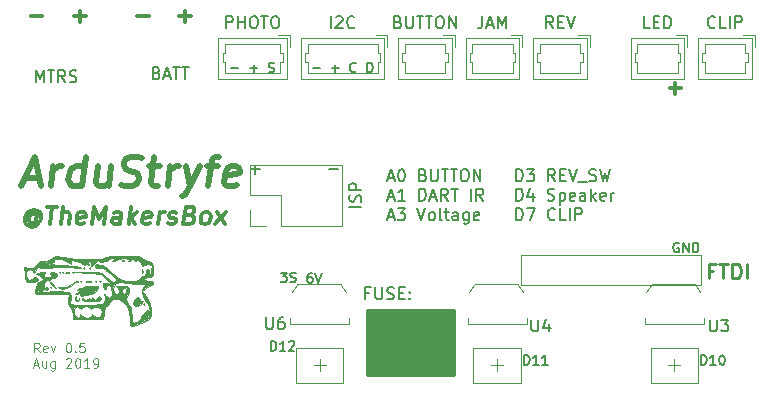
<source format=gto>
G04 #@! TF.FileFunction,Legend,Top*
%FSLAX46Y46*%
G04 Gerber Fmt 4.6, Leading zero omitted, Abs format (unit mm)*
G04 Created by KiCad (PCBNEW 4.0.7) date 08/30/19 18:47:50*
%MOMM*%
%LPD*%
G01*
G04 APERTURE LIST*
%ADD10C,0.100000*%
%ADD11C,0.200000*%
%ADD12C,0.500000*%
%ADD13C,0.300000*%
%ADD14C,0.250000*%
%ADD15C,0.150000*%
%ADD16C,0.120000*%
%ADD17C,0.010000*%
%ADD18C,0.254000*%
G04 APERTURE END LIST*
D10*
D11*
X147677382Y-107243571D02*
X147344048Y-107243571D01*
X147344048Y-107767381D02*
X147344048Y-106767381D01*
X147820239Y-106767381D01*
X148201191Y-106767381D02*
X148201191Y-107576905D01*
X148248810Y-107672143D01*
X148296429Y-107719762D01*
X148391667Y-107767381D01*
X148582144Y-107767381D01*
X148677382Y-107719762D01*
X148725001Y-107672143D01*
X148772620Y-107576905D01*
X148772620Y-106767381D01*
X149201191Y-107719762D02*
X149344048Y-107767381D01*
X149582144Y-107767381D01*
X149677382Y-107719762D01*
X149725001Y-107672143D01*
X149772620Y-107576905D01*
X149772620Y-107481667D01*
X149725001Y-107386429D01*
X149677382Y-107338810D01*
X149582144Y-107291190D01*
X149391667Y-107243571D01*
X149296429Y-107195952D01*
X149248810Y-107148333D01*
X149201191Y-107053095D01*
X149201191Y-106957857D01*
X149248810Y-106862619D01*
X149296429Y-106815000D01*
X149391667Y-106767381D01*
X149629763Y-106767381D01*
X149772620Y-106815000D01*
X150201191Y-107243571D02*
X150534525Y-107243571D01*
X150677382Y-107767381D02*
X150201191Y-107767381D01*
X150201191Y-106767381D01*
X150677382Y-106767381D01*
X151105953Y-107672143D02*
X151153572Y-107719762D01*
X151105953Y-107767381D01*
X151058334Y-107719762D01*
X151105953Y-107672143D01*
X151105953Y-107767381D01*
X151105953Y-107148333D02*
X151153572Y-107195952D01*
X151105953Y-107243571D01*
X151058334Y-107195952D01*
X151105953Y-107148333D01*
X151105953Y-107243571D01*
D12*
X118553357Y-97476667D02*
X119743834Y-97476667D01*
X118225976Y-98190952D02*
X119371810Y-95690952D01*
X119892643Y-98190952D01*
X120725976Y-98190952D02*
X120934309Y-96524286D01*
X120874786Y-97000476D02*
X121023595Y-96762381D01*
X121157523Y-96643333D01*
X121410500Y-96524286D01*
X121648595Y-96524286D01*
X123345024Y-98190952D02*
X123657524Y-95690952D01*
X123359905Y-98071905D02*
X123106928Y-98190952D01*
X122630738Y-98190952D01*
X122407524Y-98071905D01*
X122303357Y-97952857D01*
X122214071Y-97714762D01*
X122303357Y-97000476D01*
X122452166Y-96762381D01*
X122586095Y-96643333D01*
X122839071Y-96524286D01*
X123315261Y-96524286D01*
X123538476Y-96643333D01*
X125815262Y-96524286D02*
X125606929Y-98190952D01*
X124743833Y-96524286D02*
X124580143Y-97833810D01*
X124669429Y-98071905D01*
X124892643Y-98190952D01*
X125249786Y-98190952D01*
X125502762Y-98071905D01*
X125636691Y-97952857D01*
X126693238Y-98071905D02*
X127035500Y-98190952D01*
X127630738Y-98190952D01*
X127883715Y-98071905D01*
X128017643Y-97952857D01*
X128166453Y-97714762D01*
X128196215Y-97476667D01*
X128106929Y-97238571D01*
X128002763Y-97119524D01*
X127779548Y-97000476D01*
X127318238Y-96881429D01*
X127095024Y-96762381D01*
X126990857Y-96643333D01*
X126901571Y-96405238D01*
X126931333Y-96167143D01*
X127080143Y-95929048D01*
X127214072Y-95810000D01*
X127467048Y-95690952D01*
X128062286Y-95690952D01*
X128404548Y-95810000D01*
X129029547Y-96524286D02*
X129981928Y-96524286D01*
X129490857Y-95690952D02*
X129223000Y-97833810D01*
X129312286Y-98071905D01*
X129535500Y-98190952D01*
X129773595Y-98190952D01*
X130606928Y-98190952D02*
X130815261Y-96524286D01*
X130755738Y-97000476D02*
X130904547Y-96762381D01*
X131038475Y-96643333D01*
X131291452Y-96524286D01*
X131529547Y-96524286D01*
X132124785Y-96524286D02*
X132511690Y-98190952D01*
X133315261Y-96524286D02*
X132511690Y-98190952D01*
X132199190Y-98786190D01*
X132065261Y-98905238D01*
X131812285Y-99024286D01*
X133910499Y-96524286D02*
X134862880Y-96524286D01*
X134059309Y-98190952D02*
X134327166Y-96048095D01*
X134475976Y-95810000D01*
X134728952Y-95690952D01*
X134967047Y-95690952D01*
X136455142Y-98071905D02*
X136202166Y-98190952D01*
X135725975Y-98190952D01*
X135502761Y-98071905D01*
X135413475Y-97833810D01*
X135532522Y-96881429D01*
X135681332Y-96643333D01*
X135934308Y-96524286D01*
X136410499Y-96524286D01*
X136633713Y-96643333D01*
X136722999Y-96881429D01*
X136693238Y-97119524D01*
X135472999Y-97357619D01*
D13*
X173122810Y-89910286D02*
X174075191Y-89910286D01*
X173599001Y-90386476D02*
X173599001Y-89434095D01*
D14*
X176823762Y-105352714D02*
X176407095Y-105352714D01*
X176407095Y-106007476D02*
X176407095Y-104757476D01*
X177002333Y-104757476D01*
X177299953Y-104757476D02*
X178014238Y-104757476D01*
X177657095Y-106007476D02*
X177657095Y-104757476D01*
X178430905Y-106007476D02*
X178430905Y-104757476D01*
X178728524Y-104757476D01*
X178907096Y-104817000D01*
X179026143Y-104936048D01*
X179085667Y-105055095D01*
X179145191Y-105293190D01*
X179145191Y-105471762D01*
X179085667Y-105709857D01*
X179026143Y-105828905D01*
X178907096Y-105947952D01*
X178728524Y-106007476D01*
X178430905Y-106007476D01*
X179680905Y-106007476D02*
X179680905Y-104757476D01*
D11*
X144262048Y-96750429D02*
X145023953Y-96750429D01*
X142890714Y-88227143D02*
X143500238Y-88227143D01*
X144490714Y-88227143D02*
X145100238Y-88227143D01*
X144795476Y-88531905D02*
X144795476Y-87922381D01*
X146547857Y-88455714D02*
X146509762Y-88493810D01*
X146395476Y-88531905D01*
X146319286Y-88531905D01*
X146205000Y-88493810D01*
X146128809Y-88417619D01*
X146090714Y-88341429D01*
X146052619Y-88189048D01*
X146052619Y-88074762D01*
X146090714Y-87922381D01*
X146128809Y-87846190D01*
X146205000Y-87770000D01*
X146319286Y-87731905D01*
X146395476Y-87731905D01*
X146509762Y-87770000D01*
X146547857Y-87808095D01*
X147500238Y-88531905D02*
X147500238Y-87731905D01*
X147690714Y-87731905D01*
X147805000Y-87770000D01*
X147881191Y-87846190D01*
X147919286Y-87922381D01*
X147957381Y-88074762D01*
X147957381Y-88189048D01*
X147919286Y-88341429D01*
X147881191Y-88417619D01*
X147805000Y-88493810D01*
X147690714Y-88531905D01*
X147500238Y-88531905D01*
X135994524Y-88227143D02*
X136604048Y-88227143D01*
X137594524Y-88227143D02*
X138204048Y-88227143D01*
X137899286Y-88531905D02*
X137899286Y-87922381D01*
X139156429Y-88493810D02*
X139270715Y-88531905D01*
X139461191Y-88531905D01*
X139537381Y-88493810D01*
X139575477Y-88455714D01*
X139613572Y-88379524D01*
X139613572Y-88303333D01*
X139575477Y-88227143D01*
X139537381Y-88189048D01*
X139461191Y-88150952D01*
X139308810Y-88112857D01*
X139232619Y-88074762D01*
X139194524Y-88036667D01*
X139156429Y-87960476D01*
X139156429Y-87884286D01*
X139194524Y-87808095D01*
X139232619Y-87770000D01*
X139308810Y-87731905D01*
X139499286Y-87731905D01*
X139613572Y-87770000D01*
D13*
X128037810Y-83814286D02*
X128990191Y-83814286D01*
X131593810Y-83814286D02*
X132546191Y-83814286D01*
X132070001Y-84290476D02*
X132070001Y-83338095D01*
X119020810Y-83814286D02*
X119973191Y-83814286D01*
X122703810Y-83814286D02*
X123656191Y-83814286D01*
X123180001Y-84290476D02*
X123180001Y-83338095D01*
D15*
X129680953Y-88606571D02*
X129823810Y-88654190D01*
X129871429Y-88701810D01*
X129919048Y-88797048D01*
X129919048Y-88939905D01*
X129871429Y-89035143D01*
X129823810Y-89082762D01*
X129728572Y-89130381D01*
X129347619Y-89130381D01*
X129347619Y-88130381D01*
X129680953Y-88130381D01*
X129776191Y-88178000D01*
X129823810Y-88225619D01*
X129871429Y-88320857D01*
X129871429Y-88416095D01*
X129823810Y-88511333D01*
X129776191Y-88558952D01*
X129680953Y-88606571D01*
X129347619Y-88606571D01*
X130300000Y-88844667D02*
X130776191Y-88844667D01*
X130204762Y-89130381D02*
X130538095Y-88130381D01*
X130871429Y-89130381D01*
X131061905Y-88130381D02*
X131633334Y-88130381D01*
X131347619Y-89130381D02*
X131347619Y-88130381D01*
X131823810Y-88130381D02*
X132395239Y-88130381D01*
X132109524Y-89130381D02*
X132109524Y-88130381D01*
X119457524Y-89384381D02*
X119457524Y-88384381D01*
X119790858Y-89098667D01*
X120124191Y-88384381D01*
X120124191Y-89384381D01*
X120457524Y-88384381D02*
X121028953Y-88384381D01*
X120743238Y-89384381D02*
X120743238Y-88384381D01*
X121933715Y-89384381D02*
X121600381Y-88908190D01*
X121362286Y-89384381D02*
X121362286Y-88384381D01*
X121743239Y-88384381D01*
X121838477Y-88432000D01*
X121886096Y-88479619D01*
X121933715Y-88574857D01*
X121933715Y-88717714D01*
X121886096Y-88812952D01*
X121838477Y-88860571D01*
X121743239Y-88908190D01*
X121362286Y-88908190D01*
X122314667Y-89336762D02*
X122457524Y-89384381D01*
X122695620Y-89384381D01*
X122790858Y-89336762D01*
X122838477Y-89289143D01*
X122886096Y-89193905D01*
X122886096Y-89098667D01*
X122838477Y-89003429D01*
X122790858Y-88955810D01*
X122695620Y-88908190D01*
X122505143Y-88860571D01*
X122409905Y-88812952D01*
X122362286Y-88765333D01*
X122314667Y-88670095D01*
X122314667Y-88574857D01*
X122362286Y-88479619D01*
X122409905Y-88432000D01*
X122505143Y-88384381D01*
X122743239Y-88384381D01*
X122886096Y-88432000D01*
X173878477Y-103010000D02*
X173802286Y-102971905D01*
X173688001Y-102971905D01*
X173573715Y-103010000D01*
X173497524Y-103086190D01*
X173459429Y-103162381D01*
X173421334Y-103314762D01*
X173421334Y-103429048D01*
X173459429Y-103581429D01*
X173497524Y-103657619D01*
X173573715Y-103733810D01*
X173688001Y-103771905D01*
X173764191Y-103771905D01*
X173878477Y-103733810D01*
X173916572Y-103695714D01*
X173916572Y-103429048D01*
X173764191Y-103429048D01*
X174259429Y-103771905D02*
X174259429Y-102971905D01*
X174716572Y-103771905D01*
X174716572Y-102971905D01*
X175097524Y-103771905D02*
X175097524Y-102971905D01*
X175288000Y-102971905D01*
X175402286Y-103010000D01*
X175478477Y-103086190D01*
X175516572Y-103162381D01*
X175554667Y-103314762D01*
X175554667Y-103429048D01*
X175516572Y-103581429D01*
X175478477Y-103657619D01*
X175402286Y-103733810D01*
X175288000Y-103771905D01*
X175097524Y-103771905D01*
D11*
X137658048Y-96750429D02*
X138419953Y-96750429D01*
X138039001Y-97131381D02*
X138039001Y-96369476D01*
D15*
X160121095Y-97767381D02*
X160121095Y-96767381D01*
X160359190Y-96767381D01*
X160502048Y-96815000D01*
X160597286Y-96910238D01*
X160644905Y-97005476D01*
X160692524Y-97195952D01*
X160692524Y-97338810D01*
X160644905Y-97529286D01*
X160597286Y-97624524D01*
X160502048Y-97719762D01*
X160359190Y-97767381D01*
X160121095Y-97767381D01*
X161025857Y-96767381D02*
X161644905Y-96767381D01*
X161311571Y-97148333D01*
X161454429Y-97148333D01*
X161549667Y-97195952D01*
X161597286Y-97243571D01*
X161644905Y-97338810D01*
X161644905Y-97576905D01*
X161597286Y-97672143D01*
X161549667Y-97719762D01*
X161454429Y-97767381D01*
X161168714Y-97767381D01*
X161073476Y-97719762D01*
X161025857Y-97672143D01*
X163406810Y-97767381D02*
X163073476Y-97291190D01*
X162835381Y-97767381D02*
X162835381Y-96767381D01*
X163216334Y-96767381D01*
X163311572Y-96815000D01*
X163359191Y-96862619D01*
X163406810Y-96957857D01*
X163406810Y-97100714D01*
X163359191Y-97195952D01*
X163311572Y-97243571D01*
X163216334Y-97291190D01*
X162835381Y-97291190D01*
X163835381Y-97243571D02*
X164168715Y-97243571D01*
X164311572Y-97767381D02*
X163835381Y-97767381D01*
X163835381Y-96767381D01*
X164311572Y-96767381D01*
X164597286Y-96767381D02*
X164930619Y-97767381D01*
X165263953Y-96767381D01*
X165359191Y-97862619D02*
X166121096Y-97862619D01*
X166311572Y-97719762D02*
X166454429Y-97767381D01*
X166692525Y-97767381D01*
X166787763Y-97719762D01*
X166835382Y-97672143D01*
X166883001Y-97576905D01*
X166883001Y-97481667D01*
X166835382Y-97386429D01*
X166787763Y-97338810D01*
X166692525Y-97291190D01*
X166502048Y-97243571D01*
X166406810Y-97195952D01*
X166359191Y-97148333D01*
X166311572Y-97053095D01*
X166311572Y-96957857D01*
X166359191Y-96862619D01*
X166406810Y-96815000D01*
X166502048Y-96767381D01*
X166740144Y-96767381D01*
X166883001Y-96815000D01*
X167216334Y-96767381D02*
X167454429Y-97767381D01*
X167644906Y-97053095D01*
X167835382Y-97767381D01*
X168073477Y-96767381D01*
X160121095Y-99417381D02*
X160121095Y-98417381D01*
X160359190Y-98417381D01*
X160502048Y-98465000D01*
X160597286Y-98560238D01*
X160644905Y-98655476D01*
X160692524Y-98845952D01*
X160692524Y-98988810D01*
X160644905Y-99179286D01*
X160597286Y-99274524D01*
X160502048Y-99369762D01*
X160359190Y-99417381D01*
X160121095Y-99417381D01*
X161549667Y-98750714D02*
X161549667Y-99417381D01*
X161311571Y-98369762D02*
X161073476Y-99084048D01*
X161692524Y-99084048D01*
X162787762Y-99369762D02*
X162930619Y-99417381D01*
X163168715Y-99417381D01*
X163263953Y-99369762D01*
X163311572Y-99322143D01*
X163359191Y-99226905D01*
X163359191Y-99131667D01*
X163311572Y-99036429D01*
X163263953Y-98988810D01*
X163168715Y-98941190D01*
X162978238Y-98893571D01*
X162883000Y-98845952D01*
X162835381Y-98798333D01*
X162787762Y-98703095D01*
X162787762Y-98607857D01*
X162835381Y-98512619D01*
X162883000Y-98465000D01*
X162978238Y-98417381D01*
X163216334Y-98417381D01*
X163359191Y-98465000D01*
X163787762Y-98750714D02*
X163787762Y-99750714D01*
X163787762Y-98798333D02*
X163883000Y-98750714D01*
X164073477Y-98750714D01*
X164168715Y-98798333D01*
X164216334Y-98845952D01*
X164263953Y-98941190D01*
X164263953Y-99226905D01*
X164216334Y-99322143D01*
X164168715Y-99369762D01*
X164073477Y-99417381D01*
X163883000Y-99417381D01*
X163787762Y-99369762D01*
X165073477Y-99369762D02*
X164978239Y-99417381D01*
X164787762Y-99417381D01*
X164692524Y-99369762D01*
X164644905Y-99274524D01*
X164644905Y-98893571D01*
X164692524Y-98798333D01*
X164787762Y-98750714D01*
X164978239Y-98750714D01*
X165073477Y-98798333D01*
X165121096Y-98893571D01*
X165121096Y-98988810D01*
X164644905Y-99084048D01*
X165978239Y-99417381D02*
X165978239Y-98893571D01*
X165930620Y-98798333D01*
X165835382Y-98750714D01*
X165644905Y-98750714D01*
X165549667Y-98798333D01*
X165978239Y-99369762D02*
X165883001Y-99417381D01*
X165644905Y-99417381D01*
X165549667Y-99369762D01*
X165502048Y-99274524D01*
X165502048Y-99179286D01*
X165549667Y-99084048D01*
X165644905Y-99036429D01*
X165883001Y-99036429D01*
X165978239Y-98988810D01*
X166454429Y-99417381D02*
X166454429Y-98417381D01*
X166549667Y-99036429D02*
X166835382Y-99417381D01*
X166835382Y-98750714D02*
X166454429Y-99131667D01*
X167644906Y-99369762D02*
X167549668Y-99417381D01*
X167359191Y-99417381D01*
X167263953Y-99369762D01*
X167216334Y-99274524D01*
X167216334Y-98893571D01*
X167263953Y-98798333D01*
X167359191Y-98750714D01*
X167549668Y-98750714D01*
X167644906Y-98798333D01*
X167692525Y-98893571D01*
X167692525Y-98988810D01*
X167216334Y-99084048D01*
X168121096Y-99417381D02*
X168121096Y-98750714D01*
X168121096Y-98941190D02*
X168168715Y-98845952D01*
X168216334Y-98798333D01*
X168311572Y-98750714D01*
X168406811Y-98750714D01*
X160121095Y-101067381D02*
X160121095Y-100067381D01*
X160359190Y-100067381D01*
X160502048Y-100115000D01*
X160597286Y-100210238D01*
X160644905Y-100305476D01*
X160692524Y-100495952D01*
X160692524Y-100638810D01*
X160644905Y-100829286D01*
X160597286Y-100924524D01*
X160502048Y-101019762D01*
X160359190Y-101067381D01*
X160121095Y-101067381D01*
X161025857Y-100067381D02*
X161692524Y-100067381D01*
X161263952Y-101067381D01*
X163406810Y-100972143D02*
X163359191Y-101019762D01*
X163216334Y-101067381D01*
X163121096Y-101067381D01*
X162978238Y-101019762D01*
X162883000Y-100924524D01*
X162835381Y-100829286D01*
X162787762Y-100638810D01*
X162787762Y-100495952D01*
X162835381Y-100305476D01*
X162883000Y-100210238D01*
X162978238Y-100115000D01*
X163121096Y-100067381D01*
X163216334Y-100067381D01*
X163359191Y-100115000D01*
X163406810Y-100162619D01*
X164311572Y-101067381D02*
X163835381Y-101067381D01*
X163835381Y-100067381D01*
X164644905Y-101067381D02*
X164644905Y-100067381D01*
X165121095Y-101067381D02*
X165121095Y-100067381D01*
X165502048Y-100067381D01*
X165597286Y-100115000D01*
X165644905Y-100162619D01*
X165692524Y-100257857D01*
X165692524Y-100400714D01*
X165644905Y-100495952D01*
X165597286Y-100543571D01*
X165502048Y-100591190D01*
X165121095Y-100591190D01*
X149278476Y-97481667D02*
X149754667Y-97481667D01*
X149183238Y-97767381D02*
X149516571Y-96767381D01*
X149849905Y-97767381D01*
X150373714Y-96767381D02*
X150468953Y-96767381D01*
X150564191Y-96815000D01*
X150611810Y-96862619D01*
X150659429Y-96957857D01*
X150707048Y-97148333D01*
X150707048Y-97386429D01*
X150659429Y-97576905D01*
X150611810Y-97672143D01*
X150564191Y-97719762D01*
X150468953Y-97767381D01*
X150373714Y-97767381D01*
X150278476Y-97719762D01*
X150230857Y-97672143D01*
X150183238Y-97576905D01*
X150135619Y-97386429D01*
X150135619Y-97148333D01*
X150183238Y-96957857D01*
X150230857Y-96862619D01*
X150278476Y-96815000D01*
X150373714Y-96767381D01*
X152230858Y-97243571D02*
X152373715Y-97291190D01*
X152421334Y-97338810D01*
X152468953Y-97434048D01*
X152468953Y-97576905D01*
X152421334Y-97672143D01*
X152373715Y-97719762D01*
X152278477Y-97767381D01*
X151897524Y-97767381D01*
X151897524Y-96767381D01*
X152230858Y-96767381D01*
X152326096Y-96815000D01*
X152373715Y-96862619D01*
X152421334Y-96957857D01*
X152421334Y-97053095D01*
X152373715Y-97148333D01*
X152326096Y-97195952D01*
X152230858Y-97243571D01*
X151897524Y-97243571D01*
X152897524Y-96767381D02*
X152897524Y-97576905D01*
X152945143Y-97672143D01*
X152992762Y-97719762D01*
X153088000Y-97767381D01*
X153278477Y-97767381D01*
X153373715Y-97719762D01*
X153421334Y-97672143D01*
X153468953Y-97576905D01*
X153468953Y-96767381D01*
X153802286Y-96767381D02*
X154373715Y-96767381D01*
X154088000Y-97767381D02*
X154088000Y-96767381D01*
X154564191Y-96767381D02*
X155135620Y-96767381D01*
X154849905Y-97767381D02*
X154849905Y-96767381D01*
X155659429Y-96767381D02*
X155849906Y-96767381D01*
X155945144Y-96815000D01*
X156040382Y-96910238D01*
X156088001Y-97100714D01*
X156088001Y-97434048D01*
X156040382Y-97624524D01*
X155945144Y-97719762D01*
X155849906Y-97767381D01*
X155659429Y-97767381D01*
X155564191Y-97719762D01*
X155468953Y-97624524D01*
X155421334Y-97434048D01*
X155421334Y-97100714D01*
X155468953Y-96910238D01*
X155564191Y-96815000D01*
X155659429Y-96767381D01*
X156516572Y-97767381D02*
X156516572Y-96767381D01*
X157088001Y-97767381D01*
X157088001Y-96767381D01*
X149278476Y-99131667D02*
X149754667Y-99131667D01*
X149183238Y-99417381D02*
X149516571Y-98417381D01*
X149849905Y-99417381D01*
X150707048Y-99417381D02*
X150135619Y-99417381D01*
X150421333Y-99417381D02*
X150421333Y-98417381D01*
X150326095Y-98560238D01*
X150230857Y-98655476D01*
X150135619Y-98703095D01*
X151897524Y-99417381D02*
X151897524Y-98417381D01*
X152135619Y-98417381D01*
X152278477Y-98465000D01*
X152373715Y-98560238D01*
X152421334Y-98655476D01*
X152468953Y-98845952D01*
X152468953Y-98988810D01*
X152421334Y-99179286D01*
X152373715Y-99274524D01*
X152278477Y-99369762D01*
X152135619Y-99417381D01*
X151897524Y-99417381D01*
X152849905Y-99131667D02*
X153326096Y-99131667D01*
X152754667Y-99417381D02*
X153088000Y-98417381D01*
X153421334Y-99417381D01*
X154326096Y-99417381D02*
X153992762Y-98941190D01*
X153754667Y-99417381D02*
X153754667Y-98417381D01*
X154135620Y-98417381D01*
X154230858Y-98465000D01*
X154278477Y-98512619D01*
X154326096Y-98607857D01*
X154326096Y-98750714D01*
X154278477Y-98845952D01*
X154230858Y-98893571D01*
X154135620Y-98941190D01*
X153754667Y-98941190D01*
X154611810Y-98417381D02*
X155183239Y-98417381D01*
X154897524Y-99417381D02*
X154897524Y-98417381D01*
X156278477Y-99417381D02*
X156278477Y-98417381D01*
X157326096Y-99417381D02*
X156992762Y-98941190D01*
X156754667Y-99417381D02*
X156754667Y-98417381D01*
X157135620Y-98417381D01*
X157230858Y-98465000D01*
X157278477Y-98512619D01*
X157326096Y-98607857D01*
X157326096Y-98750714D01*
X157278477Y-98845952D01*
X157230858Y-98893571D01*
X157135620Y-98941190D01*
X156754667Y-98941190D01*
X149278476Y-100781667D02*
X149754667Y-100781667D01*
X149183238Y-101067381D02*
X149516571Y-100067381D01*
X149849905Y-101067381D01*
X150088000Y-100067381D02*
X150707048Y-100067381D01*
X150373714Y-100448333D01*
X150516572Y-100448333D01*
X150611810Y-100495952D01*
X150659429Y-100543571D01*
X150707048Y-100638810D01*
X150707048Y-100876905D01*
X150659429Y-100972143D01*
X150611810Y-101019762D01*
X150516572Y-101067381D01*
X150230857Y-101067381D01*
X150135619Y-101019762D01*
X150088000Y-100972143D01*
X151754667Y-100067381D02*
X152088000Y-101067381D01*
X152421334Y-100067381D01*
X152897524Y-101067381D02*
X152802286Y-101019762D01*
X152754667Y-100972143D01*
X152707048Y-100876905D01*
X152707048Y-100591190D01*
X152754667Y-100495952D01*
X152802286Y-100448333D01*
X152897524Y-100400714D01*
X153040382Y-100400714D01*
X153135620Y-100448333D01*
X153183239Y-100495952D01*
X153230858Y-100591190D01*
X153230858Y-100876905D01*
X153183239Y-100972143D01*
X153135620Y-101019762D01*
X153040382Y-101067381D01*
X152897524Y-101067381D01*
X153802286Y-101067381D02*
X153707048Y-101019762D01*
X153659429Y-100924524D01*
X153659429Y-100067381D01*
X154040382Y-100400714D02*
X154421334Y-100400714D01*
X154183239Y-100067381D02*
X154183239Y-100924524D01*
X154230858Y-101019762D01*
X154326096Y-101067381D01*
X154421334Y-101067381D01*
X155183240Y-101067381D02*
X155183240Y-100543571D01*
X155135621Y-100448333D01*
X155040383Y-100400714D01*
X154849906Y-100400714D01*
X154754668Y-100448333D01*
X155183240Y-101019762D02*
X155088002Y-101067381D01*
X154849906Y-101067381D01*
X154754668Y-101019762D01*
X154707049Y-100924524D01*
X154707049Y-100829286D01*
X154754668Y-100734048D01*
X154849906Y-100686429D01*
X155088002Y-100686429D01*
X155183240Y-100638810D01*
X156088002Y-100400714D02*
X156088002Y-101210238D01*
X156040383Y-101305476D01*
X155992764Y-101353095D01*
X155897525Y-101400714D01*
X155754668Y-101400714D01*
X155659430Y-101353095D01*
X156088002Y-101019762D02*
X155992764Y-101067381D01*
X155802287Y-101067381D01*
X155707049Y-101019762D01*
X155659430Y-100972143D01*
X155611811Y-100876905D01*
X155611811Y-100591190D01*
X155659430Y-100495952D01*
X155707049Y-100448333D01*
X155802287Y-100400714D01*
X155992764Y-100400714D01*
X156088002Y-100448333D01*
X156945145Y-101019762D02*
X156849907Y-101067381D01*
X156659430Y-101067381D01*
X156564192Y-101019762D01*
X156516573Y-100924524D01*
X156516573Y-100543571D01*
X156564192Y-100448333D01*
X156659430Y-100400714D01*
X156849907Y-100400714D01*
X156945145Y-100448333D01*
X156992764Y-100543571D01*
X156992764Y-100638810D01*
X156516573Y-100734048D01*
X139363571Y-112121905D02*
X139363571Y-111321905D01*
X139554047Y-111321905D01*
X139668333Y-111360000D01*
X139744524Y-111436190D01*
X139782619Y-111512381D01*
X139820714Y-111664762D01*
X139820714Y-111779048D01*
X139782619Y-111931429D01*
X139744524Y-112007619D01*
X139668333Y-112083810D01*
X139554047Y-112121905D01*
X139363571Y-112121905D01*
X140582619Y-112121905D02*
X140125476Y-112121905D01*
X140354047Y-112121905D02*
X140354047Y-111321905D01*
X140277857Y-111436190D01*
X140201666Y-111512381D01*
X140125476Y-111550476D01*
X140887381Y-111398095D02*
X140925476Y-111360000D01*
X141001667Y-111321905D01*
X141192143Y-111321905D01*
X141268333Y-111360000D01*
X141306429Y-111398095D01*
X141344524Y-111474286D01*
X141344524Y-111550476D01*
X141306429Y-111664762D01*
X140849286Y-112121905D01*
X141344524Y-112121905D01*
X160816571Y-113296905D02*
X160816571Y-112496905D01*
X161007047Y-112496905D01*
X161121333Y-112535000D01*
X161197524Y-112611190D01*
X161235619Y-112687381D01*
X161273714Y-112839762D01*
X161273714Y-112954048D01*
X161235619Y-113106429D01*
X161197524Y-113182619D01*
X161121333Y-113258810D01*
X161007047Y-113296905D01*
X160816571Y-113296905D01*
X162035619Y-113296905D02*
X161578476Y-113296905D01*
X161807047Y-113296905D02*
X161807047Y-112496905D01*
X161730857Y-112611190D01*
X161654666Y-112687381D01*
X161578476Y-112725476D01*
X162797524Y-113296905D02*
X162340381Y-113296905D01*
X162568952Y-113296905D02*
X162568952Y-112496905D01*
X162492762Y-112611190D01*
X162416571Y-112687381D01*
X162340381Y-112725476D01*
X175802571Y-113296905D02*
X175802571Y-112496905D01*
X175993047Y-112496905D01*
X176107333Y-112535000D01*
X176183524Y-112611190D01*
X176221619Y-112687381D01*
X176259714Y-112839762D01*
X176259714Y-112954048D01*
X176221619Y-113106429D01*
X176183524Y-113182619D01*
X176107333Y-113258810D01*
X175993047Y-113296905D01*
X175802571Y-113296905D01*
X177021619Y-113296905D02*
X176564476Y-113296905D01*
X176793047Y-113296905D02*
X176793047Y-112496905D01*
X176716857Y-112611190D01*
X176640666Y-112687381D01*
X176564476Y-112725476D01*
X177516857Y-112496905D02*
X177593048Y-112496905D01*
X177669238Y-112535000D01*
X177707333Y-112573095D01*
X177745429Y-112649286D01*
X177783524Y-112801667D01*
X177783524Y-112992143D01*
X177745429Y-113144524D01*
X177707333Y-113220714D01*
X177669238Y-113258810D01*
X177593048Y-113296905D01*
X177516857Y-113296905D01*
X177440667Y-113258810D01*
X177402571Y-113220714D01*
X177364476Y-113144524D01*
X177326381Y-112992143D01*
X177326381Y-112801667D01*
X177364476Y-112649286D01*
X177402571Y-112573095D01*
X177440667Y-112535000D01*
X177516857Y-112496905D01*
D13*
X119530178Y-100707286D02*
X119467679Y-100635857D01*
X119333750Y-100564429D01*
X119190892Y-100564429D01*
X119039107Y-100635857D01*
X118958750Y-100707286D01*
X118869464Y-100850143D01*
X118851607Y-100993000D01*
X118905179Y-101135857D01*
X118967678Y-101207286D01*
X119101607Y-101278714D01*
X119244465Y-101278714D01*
X119396250Y-101207286D01*
X119476607Y-101135857D01*
X119548035Y-100564429D02*
X119476607Y-101135857D01*
X119539107Y-101207286D01*
X119610535Y-101207286D01*
X119762322Y-101135857D01*
X119851607Y-100993000D01*
X119896250Y-100635857D01*
X119780179Y-100421571D01*
X119583750Y-100278714D01*
X119306964Y-100207286D01*
X119012322Y-100278714D01*
X118780179Y-100421571D01*
X118610536Y-100635857D01*
X118503393Y-100921571D01*
X118539107Y-101207286D01*
X118655179Y-101421571D01*
X118851607Y-101564429D01*
X119128393Y-101635857D01*
X119423035Y-101564429D01*
X119655179Y-101421571D01*
X120414107Y-99921571D02*
X121271250Y-99921571D01*
X120655179Y-101421571D02*
X120842679Y-99921571D01*
X121583750Y-101421571D02*
X121771250Y-99921571D01*
X122226607Y-101421571D02*
X122324821Y-100635857D01*
X122271249Y-100493000D01*
X122137321Y-100421571D01*
X121923036Y-100421571D01*
X121771249Y-100493000D01*
X121690892Y-100564429D01*
X123521249Y-101350143D02*
X123369464Y-101421571D01*
X123083750Y-101421571D01*
X122949821Y-101350143D01*
X122896249Y-101207286D01*
X122967678Y-100635857D01*
X123056964Y-100493000D01*
X123208750Y-100421571D01*
X123494464Y-100421571D01*
X123628392Y-100493000D01*
X123681964Y-100635857D01*
X123664107Y-100778714D01*
X122931964Y-100921571D01*
X124226607Y-101421571D02*
X124414107Y-99921571D01*
X124780178Y-100993000D01*
X125414107Y-99921571D01*
X125226607Y-101421571D01*
X126583750Y-101421571D02*
X126681964Y-100635857D01*
X126628392Y-100493000D01*
X126494464Y-100421571D01*
X126208750Y-100421571D01*
X126056964Y-100493000D01*
X126592678Y-101350143D02*
X126440893Y-101421571D01*
X126083750Y-101421571D01*
X125949821Y-101350143D01*
X125896249Y-101207286D01*
X125914106Y-101064429D01*
X126003393Y-100921571D01*
X126155178Y-100850143D01*
X126512321Y-100850143D01*
X126664107Y-100778714D01*
X127298036Y-101421571D02*
X127485536Y-99921571D01*
X127512321Y-100850143D02*
X127869464Y-101421571D01*
X127994464Y-100421571D02*
X127351607Y-100993000D01*
X129092678Y-101350143D02*
X128940893Y-101421571D01*
X128655179Y-101421571D01*
X128521250Y-101350143D01*
X128467678Y-101207286D01*
X128539107Y-100635857D01*
X128628393Y-100493000D01*
X128780179Y-100421571D01*
X129065893Y-100421571D01*
X129199821Y-100493000D01*
X129253393Y-100635857D01*
X129235536Y-100778714D01*
X128503393Y-100921571D01*
X129798036Y-101421571D02*
X129923036Y-100421571D01*
X129887321Y-100707286D02*
X129976606Y-100564429D01*
X130056964Y-100493000D01*
X130208750Y-100421571D01*
X130351607Y-100421571D01*
X130664106Y-101350143D02*
X130798035Y-101421571D01*
X131083750Y-101421571D01*
X131235535Y-101350143D01*
X131324820Y-101207286D01*
X131333749Y-101135857D01*
X131280178Y-100993000D01*
X131146250Y-100921571D01*
X130931964Y-100921571D01*
X130798035Y-100850143D01*
X130744463Y-100707286D01*
X130753392Y-100635857D01*
X130842678Y-100493000D01*
X130994464Y-100421571D01*
X131208750Y-100421571D01*
X131342678Y-100493000D01*
X132539107Y-100635857D02*
X132744464Y-100707286D01*
X132806964Y-100778714D01*
X132860536Y-100921571D01*
X132833750Y-101135857D01*
X132744464Y-101278714D01*
X132664107Y-101350143D01*
X132512321Y-101421571D01*
X131940893Y-101421571D01*
X132128393Y-99921571D01*
X132628393Y-99921571D01*
X132762321Y-99993000D01*
X132824821Y-100064429D01*
X132878392Y-100207286D01*
X132860535Y-100350143D01*
X132771250Y-100493000D01*
X132690892Y-100564429D01*
X132539107Y-100635857D01*
X132039107Y-100635857D01*
X133655179Y-101421571D02*
X133521249Y-101350143D01*
X133458750Y-101278714D01*
X133405178Y-101135857D01*
X133458749Y-100707286D01*
X133548035Y-100564429D01*
X133628392Y-100493000D01*
X133780179Y-100421571D01*
X133994464Y-100421571D01*
X134128392Y-100493000D01*
X134190892Y-100564429D01*
X134244464Y-100707286D01*
X134190893Y-101135857D01*
X134101607Y-101278714D01*
X134021249Y-101350143D01*
X133869464Y-101421571D01*
X133655179Y-101421571D01*
X134655179Y-101421571D02*
X135565893Y-100421571D01*
X134780179Y-100421571D02*
X135440893Y-101421571D01*
D10*
X119763619Y-112265905D02*
X119496952Y-111884952D01*
X119306476Y-112265905D02*
X119306476Y-111465905D01*
X119611238Y-111465905D01*
X119687429Y-111504000D01*
X119725524Y-111542095D01*
X119763619Y-111618286D01*
X119763619Y-111732571D01*
X119725524Y-111808762D01*
X119687429Y-111846857D01*
X119611238Y-111884952D01*
X119306476Y-111884952D01*
X120411238Y-112227810D02*
X120335048Y-112265905D01*
X120182667Y-112265905D01*
X120106476Y-112227810D01*
X120068381Y-112151619D01*
X120068381Y-111846857D01*
X120106476Y-111770667D01*
X120182667Y-111732571D01*
X120335048Y-111732571D01*
X120411238Y-111770667D01*
X120449333Y-111846857D01*
X120449333Y-111923048D01*
X120068381Y-111999238D01*
X120716000Y-111732571D02*
X120906476Y-112265905D01*
X121096952Y-111732571D01*
X122163619Y-111465905D02*
X122239810Y-111465905D01*
X122316000Y-111504000D01*
X122354095Y-111542095D01*
X122392191Y-111618286D01*
X122430286Y-111770667D01*
X122430286Y-111961143D01*
X122392191Y-112113524D01*
X122354095Y-112189714D01*
X122316000Y-112227810D01*
X122239810Y-112265905D01*
X122163619Y-112265905D01*
X122087429Y-112227810D01*
X122049333Y-112189714D01*
X122011238Y-112113524D01*
X121973143Y-111961143D01*
X121973143Y-111770667D01*
X122011238Y-111618286D01*
X122049333Y-111542095D01*
X122087429Y-111504000D01*
X122163619Y-111465905D01*
X122773143Y-112189714D02*
X122811238Y-112227810D01*
X122773143Y-112265905D01*
X122735048Y-112227810D01*
X122773143Y-112189714D01*
X122773143Y-112265905D01*
X123535048Y-111465905D02*
X123154095Y-111465905D01*
X123116000Y-111846857D01*
X123154095Y-111808762D01*
X123230286Y-111770667D01*
X123420762Y-111770667D01*
X123496952Y-111808762D01*
X123535048Y-111846857D01*
X123573143Y-111923048D01*
X123573143Y-112113524D01*
X123535048Y-112189714D01*
X123496952Y-112227810D01*
X123420762Y-112265905D01*
X123230286Y-112265905D01*
X123154095Y-112227810D01*
X123116000Y-112189714D01*
X119268381Y-113337333D02*
X119649333Y-113337333D01*
X119192190Y-113565905D02*
X119458857Y-112765905D01*
X119725524Y-113565905D01*
X120335047Y-113032571D02*
X120335047Y-113565905D01*
X119992190Y-113032571D02*
X119992190Y-113451619D01*
X120030285Y-113527810D01*
X120106476Y-113565905D01*
X120220762Y-113565905D01*
X120296952Y-113527810D01*
X120335047Y-113489714D01*
X121058857Y-113032571D02*
X121058857Y-113680190D01*
X121020762Y-113756381D01*
X120982667Y-113794476D01*
X120906476Y-113832571D01*
X120792191Y-113832571D01*
X120716000Y-113794476D01*
X121058857Y-113527810D02*
X120982667Y-113565905D01*
X120830286Y-113565905D01*
X120754095Y-113527810D01*
X120716000Y-113489714D01*
X120677905Y-113413524D01*
X120677905Y-113184952D01*
X120716000Y-113108762D01*
X120754095Y-113070667D01*
X120830286Y-113032571D01*
X120982667Y-113032571D01*
X121058857Y-113070667D01*
X122011239Y-112842095D02*
X122049334Y-112804000D01*
X122125525Y-112765905D01*
X122316001Y-112765905D01*
X122392191Y-112804000D01*
X122430287Y-112842095D01*
X122468382Y-112918286D01*
X122468382Y-112994476D01*
X122430287Y-113108762D01*
X121973144Y-113565905D01*
X122468382Y-113565905D01*
X122963620Y-112765905D02*
X123039811Y-112765905D01*
X123116001Y-112804000D01*
X123154096Y-112842095D01*
X123192192Y-112918286D01*
X123230287Y-113070667D01*
X123230287Y-113261143D01*
X123192192Y-113413524D01*
X123154096Y-113489714D01*
X123116001Y-113527810D01*
X123039811Y-113565905D01*
X122963620Y-113565905D01*
X122887430Y-113527810D01*
X122849334Y-113489714D01*
X122811239Y-113413524D01*
X122773144Y-113261143D01*
X122773144Y-113070667D01*
X122811239Y-112918286D01*
X122849334Y-112842095D01*
X122887430Y-112804000D01*
X122963620Y-112765905D01*
X123992192Y-113565905D02*
X123535049Y-113565905D01*
X123763620Y-113565905D02*
X123763620Y-112765905D01*
X123687430Y-112880190D01*
X123611239Y-112956381D01*
X123535049Y-112994476D01*
X124373144Y-113565905D02*
X124525525Y-113565905D01*
X124601716Y-113527810D01*
X124639811Y-113489714D01*
X124716002Y-113375429D01*
X124754097Y-113223048D01*
X124754097Y-112918286D01*
X124716002Y-112842095D01*
X124677906Y-112804000D01*
X124601716Y-112765905D01*
X124449335Y-112765905D01*
X124373144Y-112804000D01*
X124335049Y-112842095D01*
X124296954Y-112918286D01*
X124296954Y-113108762D01*
X124335049Y-113184952D01*
X124373144Y-113223048D01*
X124449335Y-113261143D01*
X124601716Y-113261143D01*
X124677906Y-113223048D01*
X124716002Y-113184952D01*
X124754097Y-113108762D01*
D16*
X140705000Y-89125000D02*
X140705000Y-85625000D01*
X140705000Y-85625000D02*
X134905000Y-85625000D01*
X134905000Y-85625000D02*
X134905000Y-89125000D01*
X134905000Y-89125000D02*
X140705000Y-89125000D01*
X137805000Y-86175000D02*
X140155000Y-86175000D01*
X140155000Y-86175000D02*
X140155000Y-86900000D01*
X140155000Y-86900000D02*
X140355000Y-86900000D01*
X140355000Y-86900000D02*
X140355000Y-87700000D01*
X140355000Y-87700000D02*
X140155000Y-87700000D01*
X140155000Y-87700000D02*
X140155000Y-88575000D01*
X140155000Y-88575000D02*
X137805000Y-88575000D01*
X137805000Y-86175000D02*
X135455000Y-86175000D01*
X135455000Y-86175000D02*
X135455000Y-86900000D01*
X135455000Y-86900000D02*
X135255000Y-86900000D01*
X135255000Y-86900000D02*
X135255000Y-87700000D01*
X135255000Y-87700000D02*
X135455000Y-87700000D01*
X135455000Y-87700000D02*
X135455000Y-88575000D01*
X135455000Y-88575000D02*
X137805000Y-88575000D01*
X140955000Y-85375000D02*
X140955000Y-86375000D01*
X140955000Y-85375000D02*
X139955000Y-85375000D01*
X148960000Y-89125000D02*
X148960000Y-85625000D01*
X148960000Y-85625000D02*
X141910000Y-85625000D01*
X141910000Y-85625000D02*
X141910000Y-89125000D01*
X141910000Y-89125000D02*
X148960000Y-89125000D01*
X145435000Y-86175000D02*
X148410000Y-86175000D01*
X148410000Y-86175000D02*
X148410000Y-86900000D01*
X148410000Y-86900000D02*
X148610000Y-86900000D01*
X148610000Y-86900000D02*
X148610000Y-87700000D01*
X148610000Y-87700000D02*
X148410000Y-87700000D01*
X148410000Y-87700000D02*
X148410000Y-88575000D01*
X148410000Y-88575000D02*
X145435000Y-88575000D01*
X145435000Y-86175000D02*
X142460000Y-86175000D01*
X142460000Y-86175000D02*
X142460000Y-86900000D01*
X142460000Y-86900000D02*
X142260000Y-86900000D01*
X142260000Y-86900000D02*
X142260000Y-87700000D01*
X142260000Y-87700000D02*
X142460000Y-87700000D01*
X142460000Y-87700000D02*
X142460000Y-88575000D01*
X142460000Y-88575000D02*
X145435000Y-88575000D01*
X149210000Y-85375000D02*
X149210000Y-86375000D01*
X149210000Y-85375000D02*
X148210000Y-85375000D01*
X160538000Y-104065000D02*
X160538000Y-106565000D01*
X160538000Y-106565000D02*
X175788000Y-106565000D01*
X175788000Y-106565000D02*
X175788000Y-104065000D01*
X175788000Y-104065000D02*
X160538000Y-104065000D01*
D10*
X175498000Y-114865000D02*
X171498000Y-114865000D01*
X171498000Y-114865000D02*
X171498000Y-111865000D01*
X171498000Y-111865000D02*
X175498000Y-111865000D01*
X175498000Y-111865000D02*
X175498000Y-114865000D01*
X173498000Y-113865000D02*
X173498000Y-112865000D01*
X173998000Y-113365000D02*
X172998000Y-113365000D01*
X175998000Y-109365000D02*
X175998000Y-109865000D01*
X175998000Y-109865000D02*
X170998000Y-109865000D01*
X170998000Y-109865000D02*
X170998000Y-109365000D01*
D16*
X175258000Y-106515000D02*
X171658000Y-106515000D01*
X175782184Y-107242205D02*
G75*
G03X175258000Y-106515000I-2324184J-1122795D01*
G01*
X171133816Y-107242205D02*
G75*
G02X171658000Y-106515000I2324184J-1122795D01*
G01*
D10*
X160498000Y-114865000D02*
X156498000Y-114865000D01*
X156498000Y-114865000D02*
X156498000Y-111865000D01*
X156498000Y-111865000D02*
X160498000Y-111865000D01*
X160498000Y-111865000D02*
X160498000Y-114865000D01*
X158498000Y-113865000D02*
X158498000Y-112865000D01*
X158998000Y-113365000D02*
X157998000Y-113365000D01*
X160998000Y-109365000D02*
X160998000Y-109865000D01*
X160998000Y-109865000D02*
X155998000Y-109865000D01*
X155998000Y-109865000D02*
X155998000Y-109365000D01*
D16*
X160258000Y-106515000D02*
X156658000Y-106515000D01*
X160782184Y-107242205D02*
G75*
G03X160258000Y-106515000I-2324184J-1122795D01*
G01*
X156133816Y-107242205D02*
G75*
G02X156658000Y-106515000I2324184J-1122795D01*
G01*
D10*
X145498000Y-114865000D02*
X141498000Y-114865000D01*
X141498000Y-114865000D02*
X141498000Y-111865000D01*
X141498000Y-111865000D02*
X145498000Y-111865000D01*
X145498000Y-111865000D02*
X145498000Y-114865000D01*
X143498000Y-113865000D02*
X143498000Y-112865000D01*
X143998000Y-113365000D02*
X142998000Y-113365000D01*
X145998000Y-109365000D02*
X145998000Y-109865000D01*
X145998000Y-109865000D02*
X140998000Y-109865000D01*
X140998000Y-109865000D02*
X140998000Y-109365000D01*
D16*
X145258000Y-106515000D02*
X141658000Y-106515000D01*
X145782184Y-107242205D02*
G75*
G03X145258000Y-106515000I-2324184J-1122795D01*
G01*
X141133816Y-107242205D02*
G75*
G02X141658000Y-106515000I2324184J-1122795D01*
G01*
X145338000Y-101565000D02*
X145338000Y-96365000D01*
X140198000Y-101565000D02*
X145338000Y-101565000D01*
X137598000Y-96365000D02*
X145338000Y-96365000D01*
X140198000Y-101565000D02*
X140198000Y-98965000D01*
X140198000Y-98965000D02*
X137598000Y-98965000D01*
X137598000Y-98965000D02*
X137598000Y-96365000D01*
X138928000Y-101565000D02*
X137598000Y-101565000D01*
X137598000Y-101565000D02*
X137598000Y-100235000D01*
D17*
G36*
X127855310Y-104079408D02*
X128131848Y-104111701D01*
X128298103Y-104172842D01*
X128401915Y-104269113D01*
X128418127Y-104291320D01*
X128662944Y-104480990D01*
X128962685Y-104573654D01*
X129186130Y-104615517D01*
X129297420Y-104721314D01*
X129335517Y-104961132D01*
X129339500Y-105251500D01*
X129330845Y-105628359D01*
X129276431Y-105821008D01*
X129133579Y-105899218D01*
X128926750Y-105926296D01*
X128607790Y-105997290D01*
X128527447Y-106096138D01*
X128680696Y-106178893D01*
X128958500Y-106204000D01*
X129287259Y-106245309D01*
X129402196Y-106377150D01*
X129403000Y-106394500D01*
X129308566Y-106563034D01*
X129226569Y-106585000D01*
X129005812Y-106660029D01*
X128755168Y-106823852D01*
X128460198Y-107062704D01*
X128824830Y-107613700D01*
X129087631Y-108143237D01*
X129203388Y-108676533D01*
X129166071Y-109146157D01*
X128990402Y-109464967D01*
X128734284Y-109632090D01*
X128338271Y-109806427D01*
X127911784Y-109946637D01*
X127564243Y-110011379D01*
X127542315Y-110012072D01*
X127448991Y-109894131D01*
X127413565Y-109556349D01*
X127415315Y-109410750D01*
X127349371Y-108862231D01*
X127142546Y-108365173D01*
X126834284Y-107977951D01*
X126464025Y-107758936D01*
X126280135Y-107730711D01*
X125951396Y-107791632D01*
X125756199Y-108017770D01*
X125743108Y-108045500D01*
X125575224Y-108280116D01*
X125412524Y-108363000D01*
X125273228Y-108469152D01*
X125196603Y-108800406D01*
X125187552Y-108902750D01*
X125148500Y-109442500D01*
X122608500Y-109442500D01*
X122569641Y-108998000D01*
X122501450Y-108707279D01*
X122666703Y-108707279D01*
X122717144Y-109000482D01*
X122830750Y-109189029D01*
X123040918Y-109358668D01*
X123160345Y-109299872D01*
X123181944Y-109156750D01*
X123205508Y-109013969D01*
X123294950Y-109109932D01*
X123296864Y-109112948D01*
X123488284Y-109255540D01*
X123766070Y-109316852D01*
X124031907Y-109294332D01*
X124187478Y-109185429D01*
X124197944Y-109136332D01*
X124235429Y-109020780D01*
X124293194Y-109074207D01*
X124531714Y-109262255D01*
X124795649Y-109249201D01*
X125006191Y-109065574D01*
X125085000Y-108767485D01*
X125007063Y-108572288D01*
X124739122Y-108468294D01*
X124672250Y-108457103D01*
X124355253Y-108453734D01*
X124168369Y-108534774D01*
X124166194Y-108537938D01*
X124085050Y-108603919D01*
X124070944Y-108521750D01*
X123957479Y-108406615D01*
X123688000Y-108363000D01*
X123412075Y-108409626D01*
X123296973Y-108521750D01*
X123271445Y-108615337D01*
X123222890Y-108521750D01*
X123057856Y-108388589D01*
X122915416Y-108363000D01*
X122735917Y-108464308D01*
X122666703Y-108707279D01*
X122501450Y-108707279D01*
X122488674Y-108652814D01*
X122343998Y-108411496D01*
X122329962Y-108399754D01*
X122193877Y-108187862D01*
X122197121Y-107828383D01*
X122202086Y-107796504D01*
X122275030Y-107347000D01*
X120822515Y-107347000D01*
X120194990Y-107343669D01*
X119778780Y-107329118D01*
X119531237Y-107296512D01*
X119409715Y-107239014D01*
X119371565Y-107149788D01*
X119369999Y-107114166D01*
X119373962Y-107093000D01*
X119497000Y-107093000D01*
X119540330Y-107216698D01*
X119553004Y-107220000D01*
X119661433Y-107131006D01*
X119687500Y-107093000D01*
X119677430Y-106975971D01*
X119631495Y-106966000D01*
X119502168Y-107058190D01*
X119497000Y-107093000D01*
X119373962Y-107093000D01*
X119416198Y-106867436D01*
X119463630Y-106787703D01*
X119468805Y-106775500D01*
X119751000Y-106775500D01*
X119814500Y-106839000D01*
X119878000Y-106775500D01*
X119814500Y-106712000D01*
X119751000Y-106775500D01*
X119468805Y-106775500D01*
X119547464Y-106590024D01*
X119558880Y-106480786D01*
X119635472Y-106314675D01*
X119719250Y-106299250D01*
X119864812Y-106247388D01*
X119878000Y-106196504D01*
X119955804Y-106120655D01*
X120005000Y-106140500D01*
X120124455Y-106178329D01*
X120090401Y-106071822D01*
X119919586Y-105865134D01*
X119888583Y-105833583D01*
X119687325Y-105679480D01*
X119571083Y-105664250D01*
X119500117Y-105647624D01*
X119497000Y-105615566D01*
X119608466Y-105533644D01*
X119881730Y-105493592D01*
X119931036Y-105492800D01*
X120204243Y-105504614D01*
X120258160Y-105556601D01*
X120153286Y-105653860D01*
X120015039Y-105770798D01*
X120036355Y-105832508D01*
X120255508Y-105873650D01*
X120417750Y-105893371D01*
X120699286Y-105885771D01*
X120752633Y-105772393D01*
X120695706Y-105696000D01*
X120957500Y-105696000D01*
X120967569Y-105813028D01*
X121013504Y-105823000D01*
X121142831Y-105730809D01*
X121148000Y-105696000D01*
X121104669Y-105572301D01*
X121091995Y-105569000D01*
X120983566Y-105657993D01*
X120957500Y-105696000D01*
X120695706Y-105696000D01*
X120635766Y-105615566D01*
X120622814Y-105519861D01*
X120846368Y-105484731D01*
X120889766Y-105484333D01*
X121175071Y-105526707D01*
X121272977Y-105676285D01*
X121275000Y-105717166D01*
X121175706Y-105913477D01*
X121021000Y-105950000D01*
X120814526Y-105996318D01*
X120766999Y-106060456D01*
X120659833Y-106140822D01*
X120481249Y-106155706D01*
X120244021Y-106217280D01*
X120178686Y-106394500D01*
X120104199Y-106863884D01*
X119953608Y-107111932D01*
X119947794Y-107116227D01*
X119980016Y-107157131D01*
X120204422Y-107156779D01*
X120328794Y-107144790D01*
X120874697Y-107107070D01*
X120944394Y-107106106D01*
X120894000Y-107156500D01*
X120957500Y-107220000D01*
X121021000Y-107156500D01*
X120970249Y-107105749D01*
X121518554Y-107098167D01*
X122105794Y-107119560D01*
X122195750Y-107126944D01*
X122377154Y-107218733D01*
X122445133Y-107483938D01*
X122447667Y-107601000D01*
X122414482Y-107759016D01*
X122360569Y-107950250D01*
X122331018Y-108072923D01*
X122358208Y-108154242D01*
X122482864Y-108202708D01*
X122745712Y-108226822D01*
X123187476Y-108235086D01*
X123729354Y-108236000D01*
X124395199Y-108231251D01*
X124845714Y-108205169D01*
X125071905Y-108151333D01*
X125381333Y-108151333D01*
X125398766Y-108226834D01*
X125466000Y-108236000D01*
X125570535Y-108189532D01*
X125550666Y-108151333D01*
X125399947Y-108136133D01*
X125381333Y-108151333D01*
X125071905Y-108151333D01*
X125119542Y-108139995D01*
X125255325Y-108017972D01*
X125291709Y-107821344D01*
X125267337Y-107532354D01*
X125266980Y-107529450D01*
X125254062Y-107337232D01*
X125283047Y-107359790D01*
X125289672Y-107380304D01*
X125397587Y-107533322D01*
X125475611Y-107531559D01*
X125585671Y-107548768D01*
X125593000Y-107589518D01*
X125683250Y-107671843D01*
X125754858Y-107657917D01*
X125829391Y-107537500D01*
X126482000Y-107537500D01*
X126545500Y-107601000D01*
X126609000Y-107537500D01*
X126545500Y-107474000D01*
X126482000Y-107537500D01*
X125829391Y-107537500D01*
X125863076Y-107483078D01*
X125868628Y-107091552D01*
X125868518Y-107090403D01*
X125839724Y-106926622D01*
X126024601Y-106926622D01*
X126098404Y-107202687D01*
X126246933Y-107336208D01*
X126398178Y-107308056D01*
X126459338Y-107152114D01*
X126669368Y-107152114D01*
X126794176Y-107279121D01*
X126889342Y-107292571D01*
X127070671Y-107224490D01*
X127073085Y-107065785D01*
X127083690Y-106878630D01*
X127150056Y-106839000D01*
X127234357Y-106794877D01*
X127220105Y-106772771D01*
X127064182Y-106760225D01*
X126913188Y-106804521D01*
X126710508Y-106963847D01*
X126669368Y-107152114D01*
X126459338Y-107152114D01*
X126480129Y-107099103D01*
X126482000Y-107048124D01*
X126398457Y-106764942D01*
X126259750Y-106668357D01*
X126243365Y-106637516D01*
X126436562Y-106624049D01*
X126672500Y-106627295D01*
X127052426Y-106652184D01*
X127247541Y-106717705D01*
X127326990Y-106859763D01*
X127345670Y-106976870D01*
X127306946Y-107284322D01*
X127193804Y-107462958D01*
X127072099Y-107647441D01*
X127118321Y-107920919D01*
X127131828Y-107957502D01*
X127267654Y-108231672D01*
X127386072Y-108372315D01*
X127467597Y-108532699D01*
X127544681Y-108863838D01*
X127585328Y-109158317D01*
X127632532Y-109557206D01*
X127688933Y-109752486D01*
X127786840Y-109793496D01*
X127958559Y-109729574D01*
X127959201Y-109729282D01*
X128186841Y-109578748D01*
X128202381Y-109553599D01*
X128421078Y-109553599D01*
X128423898Y-109616719D01*
X128570004Y-109633000D01*
X128781203Y-109563251D01*
X128824180Y-109517843D01*
X128783543Y-109452940D01*
X128641175Y-109469156D01*
X128421078Y-109553599D01*
X128202381Y-109553599D01*
X128264013Y-109453864D01*
X128313107Y-109345118D01*
X128434646Y-109345118D01*
X128490954Y-109379000D01*
X128677094Y-109285534D01*
X128709722Y-109243550D01*
X128725551Y-109188500D01*
X128895000Y-109188500D01*
X128958500Y-109252000D01*
X129022000Y-109188500D01*
X128958500Y-109125000D01*
X128895000Y-109188500D01*
X128725551Y-109188500D01*
X128757262Y-109078220D01*
X128658706Y-109064655D01*
X128516547Y-109185430D01*
X128434646Y-109345118D01*
X128313107Y-109345118D01*
X128344401Y-109275803D01*
X128538257Y-109010000D01*
X128593080Y-108945720D01*
X128819337Y-108719459D01*
X128957408Y-108680829D01*
X129031622Y-108755220D01*
X129129713Y-108873316D01*
X129128206Y-108764090D01*
X129027465Y-108433724D01*
X129009576Y-108381951D01*
X128891255Y-108110694D01*
X128788925Y-107983363D01*
X128781089Y-107982000D01*
X128684922Y-107874956D01*
X128558802Y-107609805D01*
X128529021Y-107531219D01*
X128434920Y-107194819D01*
X128465391Y-106955865D01*
X128561398Y-106782249D01*
X128675271Y-106586673D01*
X128636775Y-106503069D01*
X128401733Y-106483361D01*
X128286140Y-106482721D01*
X127874572Y-106459012D01*
X127371705Y-106400500D01*
X127145159Y-106365000D01*
X126586625Y-106319900D01*
X126226355Y-106419887D01*
X126048971Y-106672669D01*
X126024601Y-106926622D01*
X125839724Y-106926622D01*
X125809142Y-106752681D01*
X125693511Y-106606505D01*
X125572165Y-106585000D01*
X125402719Y-106632792D01*
X125397076Y-106703224D01*
X125381150Y-106866334D01*
X125341071Y-106901219D01*
X125222296Y-106898960D01*
X125212000Y-106856882D01*
X125169817Y-106637492D01*
X125132436Y-106525435D01*
X125115800Y-106388639D01*
X125257511Y-106371816D01*
X125418186Y-106404794D01*
X125783500Y-106491492D01*
X125350340Y-106034892D01*
X125128995Y-105813368D01*
X124932296Y-105675749D01*
X124689401Y-105598857D01*
X124329470Y-105559516D01*
X123826340Y-105536262D01*
X122735500Y-105494231D01*
X123846455Y-105468115D01*
X124381952Y-105458987D01*
X124734166Y-105474647D01*
X124973741Y-105533777D01*
X125171320Y-105655056D01*
X125397548Y-105857165D01*
X125428664Y-105886499D01*
X125820580Y-106210302D01*
X126095136Y-106325438D01*
X126269466Y-106238711D01*
X126279063Y-106224123D01*
X126241330Y-106079641D01*
X126069080Y-105859568D01*
X125831272Y-105629058D01*
X125596864Y-105453269D01*
X125434817Y-105397356D01*
X125415316Y-105408016D01*
X125352531Y-105400231D01*
X125360166Y-105314999D01*
X125327276Y-105190532D01*
X125122573Y-105138186D01*
X124880417Y-105134155D01*
X124551207Y-105124310D01*
X124416728Y-105059454D01*
X124419129Y-104911343D01*
X124419679Y-104909229D01*
X124506829Y-104752773D01*
X124654394Y-104818531D01*
X124902887Y-104906046D01*
X125020737Y-104888366D01*
X125225171Y-104937389D01*
X125563513Y-105176671D01*
X125931110Y-105509157D01*
X126299583Y-105857681D01*
X126565256Y-106064434D01*
X126805776Y-106166409D01*
X127098792Y-106200594D01*
X127389679Y-106203999D01*
X127842723Y-106185808D01*
X128112327Y-106118831D01*
X128267250Y-105984463D01*
X128281559Y-105962671D01*
X128465052Y-105797413D01*
X128600135Y-105785759D01*
X128732655Y-105740911D01*
X128768000Y-105519087D01*
X128811664Y-105274020D01*
X128900567Y-105187999D01*
X129010153Y-105285511D01*
X129012519Y-105346749D01*
X129003299Y-105621551D01*
X129006952Y-105685416D01*
X129049146Y-105818477D01*
X129117976Y-105748191D01*
X129189524Y-105520133D01*
X129232545Y-105255612D01*
X129248193Y-104956816D01*
X129167850Y-104832644D01*
X128936608Y-104807064D01*
X128908574Y-104807000D01*
X128621046Y-104855469D01*
X128471109Y-104965750D01*
X128418772Y-104990367D01*
X128397026Y-104852337D01*
X128295045Y-104600212D01*
X128076995Y-104464970D01*
X127867539Y-104496583D01*
X127762745Y-104468597D01*
X127752000Y-104408095D01*
X127714897Y-104313497D01*
X127599599Y-104400600D01*
X127416385Y-104529565D01*
X127294267Y-104537628D01*
X127311426Y-104419647D01*
X127311483Y-104419554D01*
X127258140Y-104336282D01*
X126965627Y-104311156D01*
X126810978Y-104316285D01*
X126466031Y-104354293D01*
X126256874Y-104416206D01*
X126228000Y-104449731D01*
X126123011Y-104536432D01*
X126005750Y-104551055D01*
X125858684Y-104530080D01*
X125949672Y-104441909D01*
X125974000Y-104426000D01*
X126073738Y-104333360D01*
X125947601Y-104302356D01*
X125878750Y-104300944D01*
X125655688Y-104342043D01*
X125593000Y-104412105D01*
X125481482Y-104500499D01*
X125207975Y-104569397D01*
X125157408Y-104576063D01*
X124887306Y-104584661D01*
X124779506Y-104540695D01*
X124783903Y-104526458D01*
X124752304Y-104431403D01*
X124712571Y-104425999D01*
X124547962Y-104522366D01*
X124420526Y-104679999D01*
X124252482Y-104877231D01*
X124122602Y-104927027D01*
X124092648Y-104816555D01*
X124114926Y-104743500D01*
X124106559Y-104586926D01*
X123962151Y-104563708D01*
X123760545Y-104671776D01*
X123678482Y-104754968D01*
X123526480Y-104887158D01*
X123401285Y-104807840D01*
X123377181Y-104776374D01*
X123165006Y-104626522D01*
X123135504Y-104616500D01*
X123434000Y-104616500D01*
X123497500Y-104680000D01*
X123561000Y-104616500D01*
X123497500Y-104553000D01*
X123434000Y-104616500D01*
X123135504Y-104616500D01*
X122838758Y-104515695D01*
X122830750Y-104514081D01*
X122543500Y-104481694D01*
X122428361Y-104556080D01*
X122413960Y-104651425D01*
X122394217Y-104800126D01*
X122306600Y-104733155D01*
X122253025Y-104664407D01*
X122034324Y-104514630D01*
X121679993Y-104392369D01*
X121558564Y-104367494D01*
X121217428Y-104325246D01*
X121059196Y-104360977D01*
X121021000Y-104485832D01*
X120958146Y-104624186D01*
X120877524Y-104606317D01*
X120780475Y-104607310D01*
X120792990Y-104694072D01*
X120907202Y-104791528D01*
X121194626Y-104853264D01*
X121690121Y-104885580D01*
X121879022Y-104890374D01*
X122392593Y-104917545D01*
X122828006Y-104971635D01*
X123106075Y-105042057D01*
X123138306Y-105058713D01*
X123278516Y-105159827D01*
X123201327Y-105154765D01*
X123159001Y-105142200D01*
X122887071Y-105099021D01*
X122452765Y-105070962D01*
X121933840Y-105058326D01*
X121408053Y-105061415D01*
X120953160Y-105080532D01*
X120646919Y-105115981D01*
X120589522Y-105132190D01*
X120297072Y-105160650D01*
X119996703Y-105096743D01*
X119641393Y-105044748D01*
X119423797Y-105193611D01*
X119365960Y-105435650D01*
X119335945Y-105547397D01*
X119227124Y-105452869D01*
X119181562Y-105394321D01*
X118951784Y-105215571D01*
X118752500Y-105258307D01*
X118637308Y-105491070D01*
X118631638Y-105717096D01*
X118722305Y-106058559D01*
X118893610Y-106171728D01*
X119128387Y-106046099D01*
X119144162Y-106030694D01*
X119384151Y-105917927D01*
X119507091Y-105956236D01*
X119614550Y-106098867D01*
X119518101Y-106225710D01*
X119267276Y-106304071D01*
X118973399Y-106308500D01*
X118715894Y-106268989D01*
X118583986Y-106167631D01*
X118527297Y-105933517D01*
X118505187Y-105649472D01*
X118465875Y-105031445D01*
X118909614Y-105083249D01*
X119232975Y-105088030D01*
X119376706Y-104997500D01*
X120132000Y-104997500D01*
X120195500Y-105061000D01*
X120259000Y-104997500D01*
X120195500Y-104934000D01*
X120132000Y-104997500D01*
X119376706Y-104997500D01*
X119411750Y-104975428D01*
X119485953Y-104844026D01*
X119519933Y-104807000D01*
X120449500Y-104807000D01*
X120459569Y-104924028D01*
X120505504Y-104934000D01*
X120634831Y-104841809D01*
X120640000Y-104807000D01*
X120596669Y-104683301D01*
X120583995Y-104680000D01*
X120475566Y-104768993D01*
X120449500Y-104807000D01*
X119519933Y-104807000D01*
X119694762Y-104616500D01*
X120259000Y-104616500D01*
X120322500Y-104680000D01*
X120386000Y-104616500D01*
X120322500Y-104553000D01*
X120259000Y-104616500D01*
X119694762Y-104616500D01*
X119709003Y-104600983D01*
X119907027Y-104543283D01*
X120398443Y-104490783D01*
X120740663Y-104352757D01*
X120901898Y-104228352D01*
X121119387Y-104088137D01*
X121361742Y-104108272D01*
X121504368Y-104161797D01*
X121780306Y-104228976D01*
X122219334Y-104283814D01*
X122766464Y-104325052D01*
X123366712Y-104351427D01*
X123965091Y-104361679D01*
X124506615Y-104354547D01*
X124936299Y-104328769D01*
X125199157Y-104283084D01*
X125253215Y-104247776D01*
X125413012Y-104171128D01*
X125824212Y-104116071D01*
X126485123Y-104082793D01*
X126780026Y-104076244D01*
X127420650Y-104069683D01*
X127855310Y-104079408D01*
X127855310Y-104079408D01*
G37*
X127855310Y-104079408D02*
X128131848Y-104111701D01*
X128298103Y-104172842D01*
X128401915Y-104269113D01*
X128418127Y-104291320D01*
X128662944Y-104480990D01*
X128962685Y-104573654D01*
X129186130Y-104615517D01*
X129297420Y-104721314D01*
X129335517Y-104961132D01*
X129339500Y-105251500D01*
X129330845Y-105628359D01*
X129276431Y-105821008D01*
X129133579Y-105899218D01*
X128926750Y-105926296D01*
X128607790Y-105997290D01*
X128527447Y-106096138D01*
X128680696Y-106178893D01*
X128958500Y-106204000D01*
X129287259Y-106245309D01*
X129402196Y-106377150D01*
X129403000Y-106394500D01*
X129308566Y-106563034D01*
X129226569Y-106585000D01*
X129005812Y-106660029D01*
X128755168Y-106823852D01*
X128460198Y-107062704D01*
X128824830Y-107613700D01*
X129087631Y-108143237D01*
X129203388Y-108676533D01*
X129166071Y-109146157D01*
X128990402Y-109464967D01*
X128734284Y-109632090D01*
X128338271Y-109806427D01*
X127911784Y-109946637D01*
X127564243Y-110011379D01*
X127542315Y-110012072D01*
X127448991Y-109894131D01*
X127413565Y-109556349D01*
X127415315Y-109410750D01*
X127349371Y-108862231D01*
X127142546Y-108365173D01*
X126834284Y-107977951D01*
X126464025Y-107758936D01*
X126280135Y-107730711D01*
X125951396Y-107791632D01*
X125756199Y-108017770D01*
X125743108Y-108045500D01*
X125575224Y-108280116D01*
X125412524Y-108363000D01*
X125273228Y-108469152D01*
X125196603Y-108800406D01*
X125187552Y-108902750D01*
X125148500Y-109442500D01*
X122608500Y-109442500D01*
X122569641Y-108998000D01*
X122501450Y-108707279D01*
X122666703Y-108707279D01*
X122717144Y-109000482D01*
X122830750Y-109189029D01*
X123040918Y-109358668D01*
X123160345Y-109299872D01*
X123181944Y-109156750D01*
X123205508Y-109013969D01*
X123294950Y-109109932D01*
X123296864Y-109112948D01*
X123488284Y-109255540D01*
X123766070Y-109316852D01*
X124031907Y-109294332D01*
X124187478Y-109185429D01*
X124197944Y-109136332D01*
X124235429Y-109020780D01*
X124293194Y-109074207D01*
X124531714Y-109262255D01*
X124795649Y-109249201D01*
X125006191Y-109065574D01*
X125085000Y-108767485D01*
X125007063Y-108572288D01*
X124739122Y-108468294D01*
X124672250Y-108457103D01*
X124355253Y-108453734D01*
X124168369Y-108534774D01*
X124166194Y-108537938D01*
X124085050Y-108603919D01*
X124070944Y-108521750D01*
X123957479Y-108406615D01*
X123688000Y-108363000D01*
X123412075Y-108409626D01*
X123296973Y-108521750D01*
X123271445Y-108615337D01*
X123222890Y-108521750D01*
X123057856Y-108388589D01*
X122915416Y-108363000D01*
X122735917Y-108464308D01*
X122666703Y-108707279D01*
X122501450Y-108707279D01*
X122488674Y-108652814D01*
X122343998Y-108411496D01*
X122329962Y-108399754D01*
X122193877Y-108187862D01*
X122197121Y-107828383D01*
X122202086Y-107796504D01*
X122275030Y-107347000D01*
X120822515Y-107347000D01*
X120194990Y-107343669D01*
X119778780Y-107329118D01*
X119531237Y-107296512D01*
X119409715Y-107239014D01*
X119371565Y-107149788D01*
X119369999Y-107114166D01*
X119373962Y-107093000D01*
X119497000Y-107093000D01*
X119540330Y-107216698D01*
X119553004Y-107220000D01*
X119661433Y-107131006D01*
X119687500Y-107093000D01*
X119677430Y-106975971D01*
X119631495Y-106966000D01*
X119502168Y-107058190D01*
X119497000Y-107093000D01*
X119373962Y-107093000D01*
X119416198Y-106867436D01*
X119463630Y-106787703D01*
X119468805Y-106775500D01*
X119751000Y-106775500D01*
X119814500Y-106839000D01*
X119878000Y-106775500D01*
X119814500Y-106712000D01*
X119751000Y-106775500D01*
X119468805Y-106775500D01*
X119547464Y-106590024D01*
X119558880Y-106480786D01*
X119635472Y-106314675D01*
X119719250Y-106299250D01*
X119864812Y-106247388D01*
X119878000Y-106196504D01*
X119955804Y-106120655D01*
X120005000Y-106140500D01*
X120124455Y-106178329D01*
X120090401Y-106071822D01*
X119919586Y-105865134D01*
X119888583Y-105833583D01*
X119687325Y-105679480D01*
X119571083Y-105664250D01*
X119500117Y-105647624D01*
X119497000Y-105615566D01*
X119608466Y-105533644D01*
X119881730Y-105493592D01*
X119931036Y-105492800D01*
X120204243Y-105504614D01*
X120258160Y-105556601D01*
X120153286Y-105653860D01*
X120015039Y-105770798D01*
X120036355Y-105832508D01*
X120255508Y-105873650D01*
X120417750Y-105893371D01*
X120699286Y-105885771D01*
X120752633Y-105772393D01*
X120695706Y-105696000D01*
X120957500Y-105696000D01*
X120967569Y-105813028D01*
X121013504Y-105823000D01*
X121142831Y-105730809D01*
X121148000Y-105696000D01*
X121104669Y-105572301D01*
X121091995Y-105569000D01*
X120983566Y-105657993D01*
X120957500Y-105696000D01*
X120695706Y-105696000D01*
X120635766Y-105615566D01*
X120622814Y-105519861D01*
X120846368Y-105484731D01*
X120889766Y-105484333D01*
X121175071Y-105526707D01*
X121272977Y-105676285D01*
X121275000Y-105717166D01*
X121175706Y-105913477D01*
X121021000Y-105950000D01*
X120814526Y-105996318D01*
X120766999Y-106060456D01*
X120659833Y-106140822D01*
X120481249Y-106155706D01*
X120244021Y-106217280D01*
X120178686Y-106394500D01*
X120104199Y-106863884D01*
X119953608Y-107111932D01*
X119947794Y-107116227D01*
X119980016Y-107157131D01*
X120204422Y-107156779D01*
X120328794Y-107144790D01*
X120874697Y-107107070D01*
X120944394Y-107106106D01*
X120894000Y-107156500D01*
X120957500Y-107220000D01*
X121021000Y-107156500D01*
X120970249Y-107105749D01*
X121518554Y-107098167D01*
X122105794Y-107119560D01*
X122195750Y-107126944D01*
X122377154Y-107218733D01*
X122445133Y-107483938D01*
X122447667Y-107601000D01*
X122414482Y-107759016D01*
X122360569Y-107950250D01*
X122331018Y-108072923D01*
X122358208Y-108154242D01*
X122482864Y-108202708D01*
X122745712Y-108226822D01*
X123187476Y-108235086D01*
X123729354Y-108236000D01*
X124395199Y-108231251D01*
X124845714Y-108205169D01*
X125071905Y-108151333D01*
X125381333Y-108151333D01*
X125398766Y-108226834D01*
X125466000Y-108236000D01*
X125570535Y-108189532D01*
X125550666Y-108151333D01*
X125399947Y-108136133D01*
X125381333Y-108151333D01*
X125071905Y-108151333D01*
X125119542Y-108139995D01*
X125255325Y-108017972D01*
X125291709Y-107821344D01*
X125267337Y-107532354D01*
X125266980Y-107529450D01*
X125254062Y-107337232D01*
X125283047Y-107359790D01*
X125289672Y-107380304D01*
X125397587Y-107533322D01*
X125475611Y-107531559D01*
X125585671Y-107548768D01*
X125593000Y-107589518D01*
X125683250Y-107671843D01*
X125754858Y-107657917D01*
X125829391Y-107537500D01*
X126482000Y-107537500D01*
X126545500Y-107601000D01*
X126609000Y-107537500D01*
X126545500Y-107474000D01*
X126482000Y-107537500D01*
X125829391Y-107537500D01*
X125863076Y-107483078D01*
X125868628Y-107091552D01*
X125868518Y-107090403D01*
X125839724Y-106926622D01*
X126024601Y-106926622D01*
X126098404Y-107202687D01*
X126246933Y-107336208D01*
X126398178Y-107308056D01*
X126459338Y-107152114D01*
X126669368Y-107152114D01*
X126794176Y-107279121D01*
X126889342Y-107292571D01*
X127070671Y-107224490D01*
X127073085Y-107065785D01*
X127083690Y-106878630D01*
X127150056Y-106839000D01*
X127234357Y-106794877D01*
X127220105Y-106772771D01*
X127064182Y-106760225D01*
X126913188Y-106804521D01*
X126710508Y-106963847D01*
X126669368Y-107152114D01*
X126459338Y-107152114D01*
X126480129Y-107099103D01*
X126482000Y-107048124D01*
X126398457Y-106764942D01*
X126259750Y-106668357D01*
X126243365Y-106637516D01*
X126436562Y-106624049D01*
X126672500Y-106627295D01*
X127052426Y-106652184D01*
X127247541Y-106717705D01*
X127326990Y-106859763D01*
X127345670Y-106976870D01*
X127306946Y-107284322D01*
X127193804Y-107462958D01*
X127072099Y-107647441D01*
X127118321Y-107920919D01*
X127131828Y-107957502D01*
X127267654Y-108231672D01*
X127386072Y-108372315D01*
X127467597Y-108532699D01*
X127544681Y-108863838D01*
X127585328Y-109158317D01*
X127632532Y-109557206D01*
X127688933Y-109752486D01*
X127786840Y-109793496D01*
X127958559Y-109729574D01*
X127959201Y-109729282D01*
X128186841Y-109578748D01*
X128202381Y-109553599D01*
X128421078Y-109553599D01*
X128423898Y-109616719D01*
X128570004Y-109633000D01*
X128781203Y-109563251D01*
X128824180Y-109517843D01*
X128783543Y-109452940D01*
X128641175Y-109469156D01*
X128421078Y-109553599D01*
X128202381Y-109553599D01*
X128264013Y-109453864D01*
X128313107Y-109345118D01*
X128434646Y-109345118D01*
X128490954Y-109379000D01*
X128677094Y-109285534D01*
X128709722Y-109243550D01*
X128725551Y-109188500D01*
X128895000Y-109188500D01*
X128958500Y-109252000D01*
X129022000Y-109188500D01*
X128958500Y-109125000D01*
X128895000Y-109188500D01*
X128725551Y-109188500D01*
X128757262Y-109078220D01*
X128658706Y-109064655D01*
X128516547Y-109185430D01*
X128434646Y-109345118D01*
X128313107Y-109345118D01*
X128344401Y-109275803D01*
X128538257Y-109010000D01*
X128593080Y-108945720D01*
X128819337Y-108719459D01*
X128957408Y-108680829D01*
X129031622Y-108755220D01*
X129129713Y-108873316D01*
X129128206Y-108764090D01*
X129027465Y-108433724D01*
X129009576Y-108381951D01*
X128891255Y-108110694D01*
X128788925Y-107983363D01*
X128781089Y-107982000D01*
X128684922Y-107874956D01*
X128558802Y-107609805D01*
X128529021Y-107531219D01*
X128434920Y-107194819D01*
X128465391Y-106955865D01*
X128561398Y-106782249D01*
X128675271Y-106586673D01*
X128636775Y-106503069D01*
X128401733Y-106483361D01*
X128286140Y-106482721D01*
X127874572Y-106459012D01*
X127371705Y-106400500D01*
X127145159Y-106365000D01*
X126586625Y-106319900D01*
X126226355Y-106419887D01*
X126048971Y-106672669D01*
X126024601Y-106926622D01*
X125839724Y-106926622D01*
X125809142Y-106752681D01*
X125693511Y-106606505D01*
X125572165Y-106585000D01*
X125402719Y-106632792D01*
X125397076Y-106703224D01*
X125381150Y-106866334D01*
X125341071Y-106901219D01*
X125222296Y-106898960D01*
X125212000Y-106856882D01*
X125169817Y-106637492D01*
X125132436Y-106525435D01*
X125115800Y-106388639D01*
X125257511Y-106371816D01*
X125418186Y-106404794D01*
X125783500Y-106491492D01*
X125350340Y-106034892D01*
X125128995Y-105813368D01*
X124932296Y-105675749D01*
X124689401Y-105598857D01*
X124329470Y-105559516D01*
X123826340Y-105536262D01*
X122735500Y-105494231D01*
X123846455Y-105468115D01*
X124381952Y-105458987D01*
X124734166Y-105474647D01*
X124973741Y-105533777D01*
X125171320Y-105655056D01*
X125397548Y-105857165D01*
X125428664Y-105886499D01*
X125820580Y-106210302D01*
X126095136Y-106325438D01*
X126269466Y-106238711D01*
X126279063Y-106224123D01*
X126241330Y-106079641D01*
X126069080Y-105859568D01*
X125831272Y-105629058D01*
X125596864Y-105453269D01*
X125434817Y-105397356D01*
X125415316Y-105408016D01*
X125352531Y-105400231D01*
X125360166Y-105314999D01*
X125327276Y-105190532D01*
X125122573Y-105138186D01*
X124880417Y-105134155D01*
X124551207Y-105124310D01*
X124416728Y-105059454D01*
X124419129Y-104911343D01*
X124419679Y-104909229D01*
X124506829Y-104752773D01*
X124654394Y-104818531D01*
X124902887Y-104906046D01*
X125020737Y-104888366D01*
X125225171Y-104937389D01*
X125563513Y-105176671D01*
X125931110Y-105509157D01*
X126299583Y-105857681D01*
X126565256Y-106064434D01*
X126805776Y-106166409D01*
X127098792Y-106200594D01*
X127389679Y-106203999D01*
X127842723Y-106185808D01*
X128112327Y-106118831D01*
X128267250Y-105984463D01*
X128281559Y-105962671D01*
X128465052Y-105797413D01*
X128600135Y-105785759D01*
X128732655Y-105740911D01*
X128768000Y-105519087D01*
X128811664Y-105274020D01*
X128900567Y-105187999D01*
X129010153Y-105285511D01*
X129012519Y-105346749D01*
X129003299Y-105621551D01*
X129006952Y-105685416D01*
X129049146Y-105818477D01*
X129117976Y-105748191D01*
X129189524Y-105520133D01*
X129232545Y-105255612D01*
X129248193Y-104956816D01*
X129167850Y-104832644D01*
X128936608Y-104807064D01*
X128908574Y-104807000D01*
X128621046Y-104855469D01*
X128471109Y-104965750D01*
X128418772Y-104990367D01*
X128397026Y-104852337D01*
X128295045Y-104600212D01*
X128076995Y-104464970D01*
X127867539Y-104496583D01*
X127762745Y-104468597D01*
X127752000Y-104408095D01*
X127714897Y-104313497D01*
X127599599Y-104400600D01*
X127416385Y-104529565D01*
X127294267Y-104537628D01*
X127311426Y-104419647D01*
X127311483Y-104419554D01*
X127258140Y-104336282D01*
X126965627Y-104311156D01*
X126810978Y-104316285D01*
X126466031Y-104354293D01*
X126256874Y-104416206D01*
X126228000Y-104449731D01*
X126123011Y-104536432D01*
X126005750Y-104551055D01*
X125858684Y-104530080D01*
X125949672Y-104441909D01*
X125974000Y-104426000D01*
X126073738Y-104333360D01*
X125947601Y-104302356D01*
X125878750Y-104300944D01*
X125655688Y-104342043D01*
X125593000Y-104412105D01*
X125481482Y-104500499D01*
X125207975Y-104569397D01*
X125157408Y-104576063D01*
X124887306Y-104584661D01*
X124779506Y-104540695D01*
X124783903Y-104526458D01*
X124752304Y-104431403D01*
X124712571Y-104425999D01*
X124547962Y-104522366D01*
X124420526Y-104679999D01*
X124252482Y-104877231D01*
X124122602Y-104927027D01*
X124092648Y-104816555D01*
X124114926Y-104743500D01*
X124106559Y-104586926D01*
X123962151Y-104563708D01*
X123760545Y-104671776D01*
X123678482Y-104754968D01*
X123526480Y-104887158D01*
X123401285Y-104807840D01*
X123377181Y-104776374D01*
X123165006Y-104626522D01*
X123135504Y-104616500D01*
X123434000Y-104616500D01*
X123497500Y-104680000D01*
X123561000Y-104616500D01*
X123497500Y-104553000D01*
X123434000Y-104616500D01*
X123135504Y-104616500D01*
X122838758Y-104515695D01*
X122830750Y-104514081D01*
X122543500Y-104481694D01*
X122428361Y-104556080D01*
X122413960Y-104651425D01*
X122394217Y-104800126D01*
X122306600Y-104733155D01*
X122253025Y-104664407D01*
X122034324Y-104514630D01*
X121679993Y-104392369D01*
X121558564Y-104367494D01*
X121217428Y-104325246D01*
X121059196Y-104360977D01*
X121021000Y-104485832D01*
X120958146Y-104624186D01*
X120877524Y-104606317D01*
X120780475Y-104607310D01*
X120792990Y-104694072D01*
X120907202Y-104791528D01*
X121194626Y-104853264D01*
X121690121Y-104885580D01*
X121879022Y-104890374D01*
X122392593Y-104917545D01*
X122828006Y-104971635D01*
X123106075Y-105042057D01*
X123138306Y-105058713D01*
X123278516Y-105159827D01*
X123201327Y-105154765D01*
X123159001Y-105142200D01*
X122887071Y-105099021D01*
X122452765Y-105070962D01*
X121933840Y-105058326D01*
X121408053Y-105061415D01*
X120953160Y-105080532D01*
X120646919Y-105115981D01*
X120589522Y-105132190D01*
X120297072Y-105160650D01*
X119996703Y-105096743D01*
X119641393Y-105044748D01*
X119423797Y-105193611D01*
X119365960Y-105435650D01*
X119335945Y-105547397D01*
X119227124Y-105452869D01*
X119181562Y-105394321D01*
X118951784Y-105215571D01*
X118752500Y-105258307D01*
X118637308Y-105491070D01*
X118631638Y-105717096D01*
X118722305Y-106058559D01*
X118893610Y-106171728D01*
X119128387Y-106046099D01*
X119144162Y-106030694D01*
X119384151Y-105917927D01*
X119507091Y-105956236D01*
X119614550Y-106098867D01*
X119518101Y-106225710D01*
X119267276Y-106304071D01*
X118973399Y-106308500D01*
X118715894Y-106268989D01*
X118583986Y-106167631D01*
X118527297Y-105933517D01*
X118505187Y-105649472D01*
X118465875Y-105031445D01*
X118909614Y-105083249D01*
X119232975Y-105088030D01*
X119376706Y-104997500D01*
X120132000Y-104997500D01*
X120195500Y-105061000D01*
X120259000Y-104997500D01*
X120195500Y-104934000D01*
X120132000Y-104997500D01*
X119376706Y-104997500D01*
X119411750Y-104975428D01*
X119485953Y-104844026D01*
X119519933Y-104807000D01*
X120449500Y-104807000D01*
X120459569Y-104924028D01*
X120505504Y-104934000D01*
X120634831Y-104841809D01*
X120640000Y-104807000D01*
X120596669Y-104683301D01*
X120583995Y-104680000D01*
X120475566Y-104768993D01*
X120449500Y-104807000D01*
X119519933Y-104807000D01*
X119694762Y-104616500D01*
X120259000Y-104616500D01*
X120322500Y-104680000D01*
X120386000Y-104616500D01*
X120322500Y-104553000D01*
X120259000Y-104616500D01*
X119694762Y-104616500D01*
X119709003Y-104600983D01*
X119907027Y-104543283D01*
X120398443Y-104490783D01*
X120740663Y-104352757D01*
X120901898Y-104228352D01*
X121119387Y-104088137D01*
X121361742Y-104108272D01*
X121504368Y-104161797D01*
X121780306Y-104228976D01*
X122219334Y-104283814D01*
X122766464Y-104325052D01*
X123366712Y-104351427D01*
X123965091Y-104361679D01*
X124506615Y-104354547D01*
X124936299Y-104328769D01*
X125199157Y-104283084D01*
X125253215Y-104247776D01*
X125413012Y-104171128D01*
X125824212Y-104116071D01*
X126485123Y-104082793D01*
X126780026Y-104076244D01*
X127420650Y-104069683D01*
X127855310Y-104079408D01*
G36*
X122857620Y-107629633D02*
X122856436Y-107632750D01*
X122858509Y-107816718D01*
X122980526Y-107847422D01*
X123096391Y-107724825D01*
X123137413Y-107693443D01*
X123130787Y-107748637D01*
X123007743Y-107925049D01*
X122819665Y-107931896D01*
X122732804Y-107850638D01*
X122730984Y-107648820D01*
X122792189Y-107558184D01*
X122890882Y-107489483D01*
X122857620Y-107629633D01*
X122857620Y-107629633D01*
G37*
X122857620Y-107629633D02*
X122856436Y-107632750D01*
X122858509Y-107816718D01*
X122980526Y-107847422D01*
X123096391Y-107724825D01*
X123137413Y-107693443D01*
X123130787Y-107748637D01*
X123007743Y-107925049D01*
X122819665Y-107931896D01*
X122732804Y-107850638D01*
X122730984Y-107648820D01*
X122792189Y-107558184D01*
X122890882Y-107489483D01*
X122857620Y-107629633D01*
G36*
X124887831Y-107590210D02*
X124926832Y-107778199D01*
X124901173Y-107827160D01*
X124718797Y-107890958D01*
X124386474Y-107927791D01*
X123995330Y-107936895D01*
X123636491Y-107917506D01*
X123401084Y-107868861D01*
X123361269Y-107840064D01*
X123337649Y-107665972D01*
X123357782Y-107634883D01*
X123428118Y-107655794D01*
X123434000Y-107706833D01*
X123540157Y-107827127D01*
X123688000Y-107855000D01*
X123895062Y-107788624D01*
X123943944Y-107696250D01*
X123987850Y-107630138D01*
X124069000Y-107728000D01*
X124168542Y-107854438D01*
X124195144Y-107759535D01*
X124196000Y-107728000D01*
X124216326Y-107601708D01*
X124301433Y-107698402D01*
X124319930Y-107727381D01*
X124432423Y-107841442D01*
X124558194Y-107752113D01*
X124576633Y-107728000D01*
X124704000Y-107728000D01*
X124750467Y-107832535D01*
X124788666Y-107812666D01*
X124803866Y-107661947D01*
X124788666Y-107643333D01*
X124713165Y-107660766D01*
X124704000Y-107728000D01*
X124576633Y-107728000D01*
X124616099Y-107676392D01*
X124776706Y-107524127D01*
X124887831Y-107590210D01*
X124887831Y-107590210D01*
G37*
X124887831Y-107590210D02*
X124926832Y-107778199D01*
X124901173Y-107827160D01*
X124718797Y-107890958D01*
X124386474Y-107927791D01*
X123995330Y-107936895D01*
X123636491Y-107917506D01*
X123401084Y-107868861D01*
X123361269Y-107840064D01*
X123337649Y-107665972D01*
X123357782Y-107634883D01*
X123428118Y-107655794D01*
X123434000Y-107706833D01*
X123540157Y-107827127D01*
X123688000Y-107855000D01*
X123895062Y-107788624D01*
X123943944Y-107696250D01*
X123987850Y-107630138D01*
X124069000Y-107728000D01*
X124168542Y-107854438D01*
X124195144Y-107759535D01*
X124196000Y-107728000D01*
X124216326Y-107601708D01*
X124301433Y-107698402D01*
X124319930Y-107727381D01*
X124432423Y-107841442D01*
X124558194Y-107752113D01*
X124576633Y-107728000D01*
X124704000Y-107728000D01*
X124750467Y-107832535D01*
X124788666Y-107812666D01*
X124803866Y-107661947D01*
X124788666Y-107643333D01*
X124713165Y-107660766D01*
X124704000Y-107728000D01*
X124576633Y-107728000D01*
X124616099Y-107676392D01*
X124776706Y-107524127D01*
X124887831Y-107590210D01*
G36*
X124556134Y-106635709D02*
X124718818Y-106683886D01*
X124727509Y-106786469D01*
X124693119Y-106859330D01*
X124464025Y-107124805D01*
X124078019Y-107310027D01*
X123644702Y-107415089D01*
X123334161Y-107459269D01*
X123207199Y-107419187D01*
X123201451Y-107274041D01*
X123202540Y-107267611D01*
X123171135Y-107084156D01*
X123084750Y-107061250D01*
X122987490Y-107029500D01*
X123942000Y-107029500D01*
X124005500Y-107093000D01*
X124069000Y-107029500D01*
X124005500Y-106966000D01*
X123942000Y-107029500D01*
X122987490Y-107029500D01*
X122939058Y-107013690D01*
X122926000Y-106966000D01*
X123032033Y-106861791D01*
X123172504Y-106839000D01*
X123412412Y-106785387D01*
X123424696Y-106775500D01*
X123688000Y-106775500D01*
X123751500Y-106839000D01*
X123815000Y-106775500D01*
X124450000Y-106775500D01*
X124513500Y-106839000D01*
X124577000Y-106775500D01*
X124513500Y-106712000D01*
X124450000Y-106775500D01*
X123815000Y-106775500D01*
X123751500Y-106712000D01*
X123688000Y-106775500D01*
X123424696Y-106775500D01*
X123491471Y-106721755D01*
X123650359Y-106656247D01*
X123974100Y-106620357D01*
X124189496Y-106617996D01*
X124556134Y-106635709D01*
X124556134Y-106635709D01*
G37*
X124556134Y-106635709D02*
X124718818Y-106683886D01*
X124727509Y-106786469D01*
X124693119Y-106859330D01*
X124464025Y-107124805D01*
X124078019Y-107310027D01*
X123644702Y-107415089D01*
X123334161Y-107459269D01*
X123207199Y-107419187D01*
X123201451Y-107274041D01*
X123202540Y-107267611D01*
X123171135Y-107084156D01*
X123084750Y-107061250D01*
X122987490Y-107029500D01*
X123942000Y-107029500D01*
X124005500Y-107093000D01*
X124069000Y-107029500D01*
X124005500Y-106966000D01*
X123942000Y-107029500D01*
X122987490Y-107029500D01*
X122939058Y-107013690D01*
X122926000Y-106966000D01*
X123032033Y-106861791D01*
X123172504Y-106839000D01*
X123412412Y-106785387D01*
X123424696Y-106775500D01*
X123688000Y-106775500D01*
X123751500Y-106839000D01*
X123815000Y-106775500D01*
X124450000Y-106775500D01*
X124513500Y-106839000D01*
X124577000Y-106775500D01*
X124513500Y-106712000D01*
X124450000Y-106775500D01*
X123815000Y-106775500D01*
X123751500Y-106712000D01*
X123688000Y-106775500D01*
X123424696Y-106775500D01*
X123491471Y-106721755D01*
X123650359Y-106656247D01*
X123974100Y-106620357D01*
X124189496Y-106617996D01*
X124556134Y-106635709D01*
G36*
X123115600Y-107221454D02*
X122979766Y-107326733D01*
X122834198Y-107344400D01*
X122799000Y-107297087D01*
X122898619Y-107215522D01*
X122996096Y-107171542D01*
X123127195Y-107162666D01*
X123115600Y-107221454D01*
X123115600Y-107221454D01*
G37*
X123115600Y-107221454D02*
X122979766Y-107326733D01*
X122834198Y-107344400D01*
X122799000Y-107297087D01*
X122898619Y-107215522D01*
X122996096Y-107171542D01*
X123127195Y-107162666D01*
X123115600Y-107221454D01*
G36*
X120509309Y-106808643D02*
X120513000Y-106839000D01*
X120416356Y-106962309D01*
X120386000Y-106966000D01*
X120262690Y-106869356D01*
X120259000Y-106839000D01*
X120355643Y-106715690D01*
X120386000Y-106712000D01*
X120509309Y-106808643D01*
X120509309Y-106808643D01*
G37*
X120509309Y-106808643D02*
X120513000Y-106839000D01*
X120416356Y-106962309D01*
X120386000Y-106966000D01*
X120262690Y-106869356D01*
X120259000Y-106839000D01*
X120355643Y-106715690D01*
X120386000Y-106712000D01*
X120509309Y-106808643D01*
G36*
X122475672Y-106566824D02*
X122074880Y-106847943D01*
X121641516Y-106881259D01*
X121465500Y-106825370D01*
X121346886Y-106759083D01*
X121453021Y-106749076D01*
X121621715Y-106766460D01*
X122111210Y-106707365D01*
X122383715Y-106553046D01*
X122735500Y-106290049D01*
X122475672Y-106566824D01*
X122475672Y-106566824D01*
G37*
X122475672Y-106566824D02*
X122074880Y-106847943D01*
X121641516Y-106881259D01*
X121465500Y-106825370D01*
X121346886Y-106759083D01*
X121453021Y-106749076D01*
X121621715Y-106766460D01*
X122111210Y-106707365D01*
X122383715Y-106553046D01*
X122735500Y-106290049D01*
X122475672Y-106566824D01*
G36*
X120767000Y-106775500D02*
X120703500Y-106839000D01*
X120640000Y-106775500D01*
X120703500Y-106712000D01*
X120767000Y-106775500D01*
X120767000Y-106775500D01*
G37*
X120767000Y-106775500D02*
X120703500Y-106839000D01*
X120640000Y-106775500D01*
X120703500Y-106712000D01*
X120767000Y-106775500D01*
G36*
X120862250Y-106509433D02*
X121102220Y-106734608D01*
X121136865Y-106832681D01*
X121104183Y-106839000D01*
X121000465Y-106753354D01*
X120818433Y-106553250D01*
X120576500Y-106267500D01*
X120862250Y-106509433D01*
X120862250Y-106509433D01*
G37*
X120862250Y-106509433D02*
X121102220Y-106734608D01*
X121136865Y-106832681D01*
X121104183Y-106839000D01*
X121000465Y-106753354D01*
X120818433Y-106553250D01*
X120576500Y-106267500D01*
X120862250Y-106509433D01*
G36*
X123010666Y-106246333D02*
X122993233Y-106321834D01*
X122926000Y-106331000D01*
X122821464Y-106284532D01*
X122841333Y-106246333D01*
X122992052Y-106231133D01*
X123010666Y-106246333D01*
X123010666Y-106246333D01*
G37*
X123010666Y-106246333D02*
X122993233Y-106321834D01*
X122926000Y-106331000D01*
X122821464Y-106284532D01*
X122841333Y-106246333D01*
X122992052Y-106231133D01*
X123010666Y-106246333D01*
G36*
X123307000Y-106267500D02*
X123243500Y-106331000D01*
X123180000Y-106267500D01*
X123243500Y-106204000D01*
X123307000Y-106267500D01*
X123307000Y-106267500D01*
G37*
X123307000Y-106267500D02*
X123243500Y-106331000D01*
X123180000Y-106267500D01*
X123243500Y-106204000D01*
X123307000Y-106267500D01*
G36*
X124103167Y-106247696D02*
X124107388Y-106289388D01*
X123908575Y-106306415D01*
X123878500Y-106306241D01*
X123681528Y-106287928D01*
X123700331Y-106249274D01*
X123722167Y-106242990D01*
X123998812Y-106224397D01*
X124103167Y-106247696D01*
X124103167Y-106247696D01*
G37*
X124103167Y-106247696D02*
X124107388Y-106289388D01*
X123908575Y-106306415D01*
X123878500Y-106306241D01*
X123681528Y-106287928D01*
X123700331Y-106249274D01*
X123722167Y-106242990D01*
X123998812Y-106224397D01*
X124103167Y-106247696D01*
G36*
X124577000Y-106267500D02*
X124513500Y-106331000D01*
X124450000Y-106267500D01*
X124513500Y-106204000D01*
X124577000Y-106267500D01*
X124577000Y-106267500D01*
G37*
X124577000Y-106267500D02*
X124513500Y-106331000D01*
X124450000Y-106267500D01*
X124513500Y-106204000D01*
X124577000Y-106267500D01*
G36*
X124958000Y-106267500D02*
X124894500Y-106331000D01*
X124831000Y-106267500D01*
X124894500Y-106204000D01*
X124958000Y-106267500D01*
X124958000Y-106267500D01*
G37*
X124958000Y-106267500D02*
X124894500Y-106331000D01*
X124831000Y-106267500D01*
X124894500Y-106204000D01*
X124958000Y-106267500D01*
G36*
X121529000Y-105505500D02*
X121465500Y-105569000D01*
X121402000Y-105505500D01*
X121465500Y-105442000D01*
X121529000Y-105505500D01*
X121529000Y-105505500D01*
G37*
X121529000Y-105505500D02*
X121465500Y-105569000D01*
X121402000Y-105505500D01*
X121465500Y-105442000D01*
X121529000Y-105505500D01*
G36*
X121783000Y-105505500D02*
X121719500Y-105569000D01*
X121656000Y-105505500D01*
X121719500Y-105442000D01*
X121783000Y-105505500D01*
X121783000Y-105505500D01*
G37*
X121783000Y-105505500D02*
X121719500Y-105569000D01*
X121656000Y-105505500D01*
X121719500Y-105442000D01*
X121783000Y-105505500D01*
G36*
X122256604Y-105492270D02*
X122218727Y-105549993D01*
X122089916Y-105558973D01*
X121954403Y-105527957D01*
X122013187Y-105482244D01*
X122211673Y-105467104D01*
X122256604Y-105492270D01*
X122256604Y-105492270D01*
G37*
X122256604Y-105492270D02*
X122218727Y-105549993D01*
X122089916Y-105558973D01*
X121954403Y-105527957D01*
X122013187Y-105482244D01*
X122211673Y-105467104D01*
X122256604Y-105492270D01*
G36*
X122672000Y-105505500D02*
X122608500Y-105569000D01*
X122545000Y-105505500D01*
X122608500Y-105442000D01*
X122672000Y-105505500D01*
X122672000Y-105505500D01*
G37*
X122672000Y-105505500D02*
X122608500Y-105569000D01*
X122545000Y-105505500D01*
X122608500Y-105442000D01*
X122672000Y-105505500D01*
G36*
X128473755Y-105291187D02*
X128488895Y-105489673D01*
X128463729Y-105534604D01*
X128406006Y-105496727D01*
X128397026Y-105367916D01*
X128428042Y-105232403D01*
X128473755Y-105291187D01*
X128473755Y-105291187D01*
G37*
X128473755Y-105291187D02*
X128488895Y-105489673D01*
X128463729Y-105534604D01*
X128406006Y-105496727D01*
X128397026Y-105367916D01*
X128428042Y-105232403D01*
X128473755Y-105291187D01*
G36*
X123561000Y-105124500D02*
X123497500Y-105188000D01*
X123434000Y-105124500D01*
X123497500Y-105061000D01*
X123561000Y-105124500D01*
X123561000Y-105124500D01*
G37*
X123561000Y-105124500D02*
X123497500Y-105188000D01*
X123434000Y-105124500D01*
X123497500Y-105061000D01*
X123561000Y-105124500D01*
G36*
X124069000Y-105124500D02*
X124005500Y-105188000D01*
X123942000Y-105124500D01*
X124005500Y-105061000D01*
X124069000Y-105124500D01*
X124069000Y-105124500D01*
G37*
X124069000Y-105124500D02*
X124005500Y-105188000D01*
X123942000Y-105124500D01*
X124005500Y-105061000D01*
X124069000Y-105124500D01*
G36*
X123899666Y-104722333D02*
X123914866Y-104873052D01*
X123899666Y-104891666D01*
X123824165Y-104874233D01*
X123815000Y-104807000D01*
X123861467Y-104702464D01*
X123899666Y-104722333D01*
X123899666Y-104722333D01*
G37*
X123899666Y-104722333D02*
X123914866Y-104873052D01*
X123899666Y-104891666D01*
X123824165Y-104874233D01*
X123815000Y-104807000D01*
X123861467Y-104702464D01*
X123899666Y-104722333D01*
G36*
X126947666Y-104468333D02*
X126930233Y-104543834D01*
X126863000Y-104553000D01*
X126758464Y-104506532D01*
X126778333Y-104468333D01*
X126929052Y-104453133D01*
X126947666Y-104468333D01*
X126947666Y-104468333D01*
G37*
X126947666Y-104468333D02*
X126930233Y-104543834D01*
X126863000Y-104553000D01*
X126758464Y-104506532D01*
X126778333Y-104468333D01*
X126929052Y-104453133D01*
X126947666Y-104468333D01*
G36*
X128246992Y-107712290D02*
X128260000Y-107798995D01*
X128321568Y-107930447D01*
X128387000Y-107918500D01*
X128505584Y-107880721D01*
X128466904Y-107987047D01*
X128314428Y-108163428D01*
X128093726Y-108336309D01*
X127896780Y-108321122D01*
X127770637Y-108250206D01*
X127664628Y-108110236D01*
X127738739Y-107879833D01*
X127743356Y-107871151D01*
X127925568Y-107664638D01*
X128120657Y-107607884D01*
X128246992Y-107712290D01*
X128246992Y-107712290D01*
G37*
X128246992Y-107712290D02*
X128260000Y-107798995D01*
X128321568Y-107930447D01*
X128387000Y-107918500D01*
X128505584Y-107880721D01*
X128466904Y-107987047D01*
X128314428Y-108163428D01*
X128093726Y-108336309D01*
X127896780Y-108321122D01*
X127770637Y-108250206D01*
X127664628Y-108110236D01*
X127738739Y-107879833D01*
X127743356Y-107871151D01*
X127925568Y-107664638D01*
X128120657Y-107607884D01*
X128246992Y-107712290D01*
G36*
X128641000Y-108172500D02*
X128577500Y-108236000D01*
X128514000Y-108172500D01*
X128577500Y-108109000D01*
X128641000Y-108172500D01*
X128641000Y-108172500D01*
G37*
X128641000Y-108172500D02*
X128577500Y-108236000D01*
X128514000Y-108172500D01*
X128577500Y-108109000D01*
X128641000Y-108172500D01*
D16*
X174360000Y-89125000D02*
X174360000Y-85625000D01*
X174360000Y-85625000D02*
X169810000Y-85625000D01*
X169810000Y-85625000D02*
X169810000Y-89125000D01*
X169810000Y-89125000D02*
X174360000Y-89125000D01*
X172085000Y-86175000D02*
X173810000Y-86175000D01*
X173810000Y-86175000D02*
X173810000Y-86900000D01*
X173810000Y-86900000D02*
X174010000Y-86900000D01*
X174010000Y-86900000D02*
X174010000Y-87700000D01*
X174010000Y-87700000D02*
X173810000Y-87700000D01*
X173810000Y-87700000D02*
X173810000Y-88575000D01*
X173810000Y-88575000D02*
X172085000Y-88575000D01*
X172085000Y-86175000D02*
X170360000Y-86175000D01*
X170360000Y-86175000D02*
X170360000Y-86900000D01*
X170360000Y-86900000D02*
X170160000Y-86900000D01*
X170160000Y-86900000D02*
X170160000Y-87700000D01*
X170160000Y-87700000D02*
X170360000Y-87700000D01*
X170360000Y-87700000D02*
X170360000Y-88575000D01*
X170360000Y-88575000D02*
X172085000Y-88575000D01*
X174610000Y-85375000D02*
X174610000Y-86375000D01*
X174610000Y-85375000D02*
X173610000Y-85375000D01*
X166105000Y-89125000D02*
X166105000Y-85625000D01*
X166105000Y-85625000D02*
X161555000Y-85625000D01*
X161555000Y-85625000D02*
X161555000Y-89125000D01*
X161555000Y-89125000D02*
X166105000Y-89125000D01*
X163830000Y-86175000D02*
X165555000Y-86175000D01*
X165555000Y-86175000D02*
X165555000Y-86900000D01*
X165555000Y-86900000D02*
X165755000Y-86900000D01*
X165755000Y-86900000D02*
X165755000Y-87700000D01*
X165755000Y-87700000D02*
X165555000Y-87700000D01*
X165555000Y-87700000D02*
X165555000Y-88575000D01*
X165555000Y-88575000D02*
X163830000Y-88575000D01*
X163830000Y-86175000D02*
X162105000Y-86175000D01*
X162105000Y-86175000D02*
X162105000Y-86900000D01*
X162105000Y-86900000D02*
X161905000Y-86900000D01*
X161905000Y-86900000D02*
X161905000Y-87700000D01*
X161905000Y-87700000D02*
X162105000Y-87700000D01*
X162105000Y-87700000D02*
X162105000Y-88575000D01*
X162105000Y-88575000D02*
X163830000Y-88575000D01*
X166355000Y-85375000D02*
X166355000Y-86375000D01*
X166355000Y-85375000D02*
X165355000Y-85375000D01*
X180075000Y-89125000D02*
X180075000Y-85625000D01*
X180075000Y-85625000D02*
X175525000Y-85625000D01*
X175525000Y-85625000D02*
X175525000Y-89125000D01*
X175525000Y-89125000D02*
X180075000Y-89125000D01*
X177800000Y-86175000D02*
X179525000Y-86175000D01*
X179525000Y-86175000D02*
X179525000Y-86900000D01*
X179525000Y-86900000D02*
X179725000Y-86900000D01*
X179725000Y-86900000D02*
X179725000Y-87700000D01*
X179725000Y-87700000D02*
X179525000Y-87700000D01*
X179525000Y-87700000D02*
X179525000Y-88575000D01*
X179525000Y-88575000D02*
X177800000Y-88575000D01*
X177800000Y-86175000D02*
X176075000Y-86175000D01*
X176075000Y-86175000D02*
X176075000Y-86900000D01*
X176075000Y-86900000D02*
X175875000Y-86900000D01*
X175875000Y-86900000D02*
X175875000Y-87700000D01*
X175875000Y-87700000D02*
X176075000Y-87700000D01*
X176075000Y-87700000D02*
X176075000Y-88575000D01*
X176075000Y-88575000D02*
X177800000Y-88575000D01*
X180325000Y-85375000D02*
X180325000Y-86375000D01*
X180325000Y-85375000D02*
X179325000Y-85375000D01*
X154675000Y-89125000D02*
X154675000Y-85625000D01*
X154675000Y-85625000D02*
X150125000Y-85625000D01*
X150125000Y-85625000D02*
X150125000Y-89125000D01*
X150125000Y-89125000D02*
X154675000Y-89125000D01*
X152400000Y-86175000D02*
X154125000Y-86175000D01*
X154125000Y-86175000D02*
X154125000Y-86900000D01*
X154125000Y-86900000D02*
X154325000Y-86900000D01*
X154325000Y-86900000D02*
X154325000Y-87700000D01*
X154325000Y-87700000D02*
X154125000Y-87700000D01*
X154125000Y-87700000D02*
X154125000Y-88575000D01*
X154125000Y-88575000D02*
X152400000Y-88575000D01*
X152400000Y-86175000D02*
X150675000Y-86175000D01*
X150675000Y-86175000D02*
X150675000Y-86900000D01*
X150675000Y-86900000D02*
X150475000Y-86900000D01*
X150475000Y-86900000D02*
X150475000Y-87700000D01*
X150475000Y-87700000D02*
X150675000Y-87700000D01*
X150675000Y-87700000D02*
X150675000Y-88575000D01*
X150675000Y-88575000D02*
X152400000Y-88575000D01*
X154925000Y-85375000D02*
X154925000Y-86375000D01*
X154925000Y-85375000D02*
X153925000Y-85375000D01*
X160390000Y-89125000D02*
X160390000Y-85625000D01*
X160390000Y-85625000D02*
X155840000Y-85625000D01*
X155840000Y-85625000D02*
X155840000Y-89125000D01*
X155840000Y-89125000D02*
X160390000Y-89125000D01*
X158115000Y-86175000D02*
X159840000Y-86175000D01*
X159840000Y-86175000D02*
X159840000Y-86900000D01*
X159840000Y-86900000D02*
X160040000Y-86900000D01*
X160040000Y-86900000D02*
X160040000Y-87700000D01*
X160040000Y-87700000D02*
X159840000Y-87700000D01*
X159840000Y-87700000D02*
X159840000Y-88575000D01*
X159840000Y-88575000D02*
X158115000Y-88575000D01*
X158115000Y-86175000D02*
X156390000Y-86175000D01*
X156390000Y-86175000D02*
X156390000Y-86900000D01*
X156390000Y-86900000D02*
X156190000Y-86900000D01*
X156190000Y-86900000D02*
X156190000Y-87700000D01*
X156190000Y-87700000D02*
X156390000Y-87700000D01*
X156390000Y-87700000D02*
X156390000Y-88575000D01*
X156390000Y-88575000D02*
X158115000Y-88575000D01*
X160640000Y-85375000D02*
X160640000Y-86375000D01*
X160640000Y-85375000D02*
X159640000Y-85375000D01*
D15*
X135570714Y-84812381D02*
X135570714Y-83812381D01*
X135951667Y-83812381D01*
X136046905Y-83860000D01*
X136094524Y-83907619D01*
X136142143Y-84002857D01*
X136142143Y-84145714D01*
X136094524Y-84240952D01*
X136046905Y-84288571D01*
X135951667Y-84336190D01*
X135570714Y-84336190D01*
X136570714Y-84812381D02*
X136570714Y-83812381D01*
X136570714Y-84288571D02*
X137142143Y-84288571D01*
X137142143Y-84812381D02*
X137142143Y-83812381D01*
X137808809Y-83812381D02*
X137999286Y-83812381D01*
X138094524Y-83860000D01*
X138189762Y-83955238D01*
X138237381Y-84145714D01*
X138237381Y-84479048D01*
X138189762Y-84669524D01*
X138094524Y-84764762D01*
X137999286Y-84812381D01*
X137808809Y-84812381D01*
X137713571Y-84764762D01*
X137618333Y-84669524D01*
X137570714Y-84479048D01*
X137570714Y-84145714D01*
X137618333Y-83955238D01*
X137713571Y-83860000D01*
X137808809Y-83812381D01*
X138523095Y-83812381D02*
X139094524Y-83812381D01*
X138808809Y-84812381D02*
X138808809Y-83812381D01*
X139618333Y-83812381D02*
X139808810Y-83812381D01*
X139904048Y-83860000D01*
X139999286Y-83955238D01*
X140046905Y-84145714D01*
X140046905Y-84479048D01*
X139999286Y-84669524D01*
X139904048Y-84764762D01*
X139808810Y-84812381D01*
X139618333Y-84812381D01*
X139523095Y-84764762D01*
X139427857Y-84669524D01*
X139380238Y-84479048D01*
X139380238Y-84145714D01*
X139427857Y-83955238D01*
X139523095Y-83860000D01*
X139618333Y-83812381D01*
X144428810Y-84812381D02*
X144428810Y-83812381D01*
X144857381Y-83907619D02*
X144905000Y-83860000D01*
X145000238Y-83812381D01*
X145238334Y-83812381D01*
X145333572Y-83860000D01*
X145381191Y-83907619D01*
X145428810Y-84002857D01*
X145428810Y-84098095D01*
X145381191Y-84240952D01*
X144809762Y-84812381D01*
X145428810Y-84812381D01*
X146428810Y-84717143D02*
X146381191Y-84764762D01*
X146238334Y-84812381D01*
X146143096Y-84812381D01*
X146000238Y-84764762D01*
X145905000Y-84669524D01*
X145857381Y-84574286D01*
X145809762Y-84383810D01*
X145809762Y-84240952D01*
X145857381Y-84050476D01*
X145905000Y-83955238D01*
X146000238Y-83860000D01*
X146143096Y-83812381D01*
X146238334Y-83812381D01*
X146381191Y-83860000D01*
X146428810Y-83907619D01*
X176520095Y-109498381D02*
X176520095Y-110307905D01*
X176567714Y-110403143D01*
X176615333Y-110450762D01*
X176710571Y-110498381D01*
X176901048Y-110498381D01*
X176996286Y-110450762D01*
X177043905Y-110403143D01*
X177091524Y-110307905D01*
X177091524Y-109498381D01*
X177472476Y-109498381D02*
X178091524Y-109498381D01*
X177758190Y-109879333D01*
X177901048Y-109879333D01*
X177996286Y-109926952D01*
X178043905Y-109974571D01*
X178091524Y-110069810D01*
X178091524Y-110307905D01*
X178043905Y-110403143D01*
X177996286Y-110450762D01*
X177901048Y-110498381D01*
X177615333Y-110498381D01*
X177520095Y-110450762D01*
X177472476Y-110403143D01*
X161407095Y-109498381D02*
X161407095Y-110307905D01*
X161454714Y-110403143D01*
X161502333Y-110450762D01*
X161597571Y-110498381D01*
X161788048Y-110498381D01*
X161883286Y-110450762D01*
X161930905Y-110403143D01*
X161978524Y-110307905D01*
X161978524Y-109498381D01*
X162883286Y-109831714D02*
X162883286Y-110498381D01*
X162645190Y-109450762D02*
X162407095Y-110165048D01*
X163026143Y-110165048D01*
X138938095Y-109307381D02*
X138938095Y-110116905D01*
X138985714Y-110212143D01*
X139033333Y-110259762D01*
X139128571Y-110307381D01*
X139319048Y-110307381D01*
X139414286Y-110259762D01*
X139461905Y-110212143D01*
X139509524Y-110116905D01*
X139509524Y-109307381D01*
X140414286Y-109307381D02*
X140223809Y-109307381D01*
X140128571Y-109355000D01*
X140080952Y-109402619D01*
X139985714Y-109545476D01*
X139938095Y-109735952D01*
X139938095Y-110116905D01*
X139985714Y-110212143D01*
X140033333Y-110259762D01*
X140128571Y-110307381D01*
X140319048Y-110307381D01*
X140414286Y-110259762D01*
X140461905Y-110212143D01*
X140509524Y-110116905D01*
X140509524Y-109878810D01*
X140461905Y-109783571D01*
X140414286Y-109735952D01*
X140319048Y-109688333D01*
X140128571Y-109688333D01*
X140033333Y-109735952D01*
X139985714Y-109783571D01*
X139938095Y-109878810D01*
X147000381Y-99941190D02*
X146000381Y-99941190D01*
X146952762Y-99512619D02*
X147000381Y-99369762D01*
X147000381Y-99131666D01*
X146952762Y-99036428D01*
X146905143Y-98988809D01*
X146809905Y-98941190D01*
X146714667Y-98941190D01*
X146619429Y-98988809D01*
X146571810Y-99036428D01*
X146524190Y-99131666D01*
X146476571Y-99322143D01*
X146428952Y-99417381D01*
X146381333Y-99465000D01*
X146286095Y-99512619D01*
X146190857Y-99512619D01*
X146095619Y-99465000D01*
X146048000Y-99417381D01*
X146000381Y-99322143D01*
X146000381Y-99084047D01*
X146048000Y-98941190D01*
X147000381Y-98512619D02*
X146000381Y-98512619D01*
X146000381Y-98131666D01*
X146048000Y-98036428D01*
X146095619Y-97988809D01*
X146190857Y-97941190D01*
X146333714Y-97941190D01*
X146428952Y-97988809D01*
X146476571Y-98036428D01*
X146524190Y-98131666D01*
X146524190Y-98512619D01*
X140185381Y-105511905D02*
X140680619Y-105511905D01*
X140413952Y-105816667D01*
X140528238Y-105816667D01*
X140604428Y-105854762D01*
X140642524Y-105892857D01*
X140680619Y-105969048D01*
X140680619Y-106159524D01*
X140642524Y-106235714D01*
X140604428Y-106273810D01*
X140528238Y-106311905D01*
X140299666Y-106311905D01*
X140223476Y-106273810D01*
X140185381Y-106235714D01*
X140985381Y-106273810D02*
X141099667Y-106311905D01*
X141290143Y-106311905D01*
X141366333Y-106273810D01*
X141404429Y-106235714D01*
X141442524Y-106159524D01*
X141442524Y-106083333D01*
X141404429Y-106007143D01*
X141366333Y-105969048D01*
X141290143Y-105930952D01*
X141137762Y-105892857D01*
X141061571Y-105854762D01*
X141023476Y-105816667D01*
X140985381Y-105740476D01*
X140985381Y-105664286D01*
X141023476Y-105588095D01*
X141061571Y-105550000D01*
X141137762Y-105511905D01*
X141328238Y-105511905D01*
X141442524Y-105550000D01*
X142809524Y-105561905D02*
X142657143Y-105561905D01*
X142580953Y-105600000D01*
X142542858Y-105638095D01*
X142466667Y-105752381D01*
X142428572Y-105904762D01*
X142428572Y-106209524D01*
X142466667Y-106285714D01*
X142504762Y-106323810D01*
X142580953Y-106361905D01*
X142733334Y-106361905D01*
X142809524Y-106323810D01*
X142847620Y-106285714D01*
X142885715Y-106209524D01*
X142885715Y-106019048D01*
X142847620Y-105942857D01*
X142809524Y-105904762D01*
X142733334Y-105866667D01*
X142580953Y-105866667D01*
X142504762Y-105904762D01*
X142466667Y-105942857D01*
X142428572Y-106019048D01*
X143114286Y-105561905D02*
X143380953Y-106361905D01*
X143647620Y-105561905D01*
X171432143Y-84812381D02*
X170955952Y-84812381D01*
X170955952Y-83812381D01*
X171765476Y-84288571D02*
X172098810Y-84288571D01*
X172241667Y-84812381D02*
X171765476Y-84812381D01*
X171765476Y-83812381D01*
X172241667Y-83812381D01*
X172670238Y-84812381D02*
X172670238Y-83812381D01*
X172908333Y-83812381D01*
X173051191Y-83860000D01*
X173146429Y-83955238D01*
X173194048Y-84050476D01*
X173241667Y-84240952D01*
X173241667Y-84383810D01*
X173194048Y-84574286D01*
X173146429Y-84669524D01*
X173051191Y-84764762D01*
X172908333Y-84812381D01*
X172670238Y-84812381D01*
X163248572Y-84812381D02*
X162915238Y-84336190D01*
X162677143Y-84812381D02*
X162677143Y-83812381D01*
X163058096Y-83812381D01*
X163153334Y-83860000D01*
X163200953Y-83907619D01*
X163248572Y-84002857D01*
X163248572Y-84145714D01*
X163200953Y-84240952D01*
X163153334Y-84288571D01*
X163058096Y-84336190D01*
X162677143Y-84336190D01*
X163677143Y-84288571D02*
X164010477Y-84288571D01*
X164153334Y-84812381D02*
X163677143Y-84812381D01*
X163677143Y-83812381D01*
X164153334Y-83812381D01*
X164439048Y-83812381D02*
X164772381Y-84812381D01*
X165105715Y-83812381D01*
X176956667Y-84717143D02*
X176909048Y-84764762D01*
X176766191Y-84812381D01*
X176670953Y-84812381D01*
X176528095Y-84764762D01*
X176432857Y-84669524D01*
X176385238Y-84574286D01*
X176337619Y-84383810D01*
X176337619Y-84240952D01*
X176385238Y-84050476D01*
X176432857Y-83955238D01*
X176528095Y-83860000D01*
X176670953Y-83812381D01*
X176766191Y-83812381D01*
X176909048Y-83860000D01*
X176956667Y-83907619D01*
X177861429Y-84812381D02*
X177385238Y-84812381D01*
X177385238Y-83812381D01*
X178194762Y-84812381D02*
X178194762Y-83812381D01*
X178670952Y-84812381D02*
X178670952Y-83812381D01*
X179051905Y-83812381D01*
X179147143Y-83860000D01*
X179194762Y-83907619D01*
X179242381Y-84002857D01*
X179242381Y-84145714D01*
X179194762Y-84240952D01*
X179147143Y-84288571D01*
X179051905Y-84336190D01*
X178670952Y-84336190D01*
X150128096Y-84288571D02*
X150270953Y-84336190D01*
X150318572Y-84383810D01*
X150366191Y-84479048D01*
X150366191Y-84621905D01*
X150318572Y-84717143D01*
X150270953Y-84764762D01*
X150175715Y-84812381D01*
X149794762Y-84812381D01*
X149794762Y-83812381D01*
X150128096Y-83812381D01*
X150223334Y-83860000D01*
X150270953Y-83907619D01*
X150318572Y-84002857D01*
X150318572Y-84098095D01*
X150270953Y-84193333D01*
X150223334Y-84240952D01*
X150128096Y-84288571D01*
X149794762Y-84288571D01*
X150794762Y-83812381D02*
X150794762Y-84621905D01*
X150842381Y-84717143D01*
X150890000Y-84764762D01*
X150985238Y-84812381D01*
X151175715Y-84812381D01*
X151270953Y-84764762D01*
X151318572Y-84717143D01*
X151366191Y-84621905D01*
X151366191Y-83812381D01*
X151699524Y-83812381D02*
X152270953Y-83812381D01*
X151985238Y-84812381D02*
X151985238Y-83812381D01*
X152461429Y-83812381D02*
X153032858Y-83812381D01*
X152747143Y-84812381D02*
X152747143Y-83812381D01*
X153556667Y-83812381D02*
X153747144Y-83812381D01*
X153842382Y-83860000D01*
X153937620Y-83955238D01*
X153985239Y-84145714D01*
X153985239Y-84479048D01*
X153937620Y-84669524D01*
X153842382Y-84764762D01*
X153747144Y-84812381D01*
X153556667Y-84812381D01*
X153461429Y-84764762D01*
X153366191Y-84669524D01*
X153318572Y-84479048D01*
X153318572Y-84145714D01*
X153366191Y-83955238D01*
X153461429Y-83860000D01*
X153556667Y-83812381D01*
X154413810Y-84812381D02*
X154413810Y-83812381D01*
X154985239Y-84812381D01*
X154985239Y-83812381D01*
X157247858Y-83812381D02*
X157247858Y-84526667D01*
X157200238Y-84669524D01*
X157105000Y-84764762D01*
X156962143Y-84812381D01*
X156866905Y-84812381D01*
X157676429Y-84526667D02*
X158152620Y-84526667D01*
X157581191Y-84812381D02*
X157914524Y-83812381D01*
X158247858Y-84812381D01*
X158581191Y-84812381D02*
X158581191Y-83812381D01*
X158914525Y-84526667D01*
X159247858Y-83812381D01*
X159247858Y-84812381D01*
D18*
G36*
X154813000Y-114173000D02*
X147447000Y-114173000D01*
X147447000Y-108712000D01*
X154813000Y-108712000D01*
X154813000Y-114173000D01*
X154813000Y-114173000D01*
G37*
X154813000Y-114173000D02*
X147447000Y-114173000D01*
X147447000Y-108712000D01*
X154813000Y-108712000D01*
X154813000Y-114173000D01*
M02*

</source>
